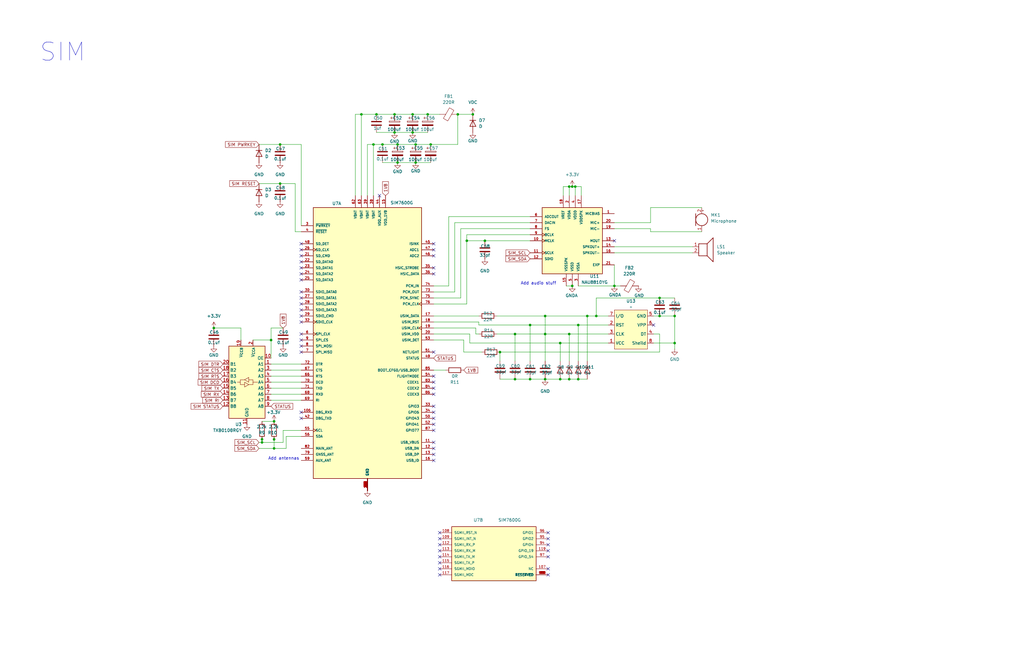
<source format=kicad_sch>
(kicad_sch (version 20231120) (generator "eeschema") (generator_version "8.0")
  (paper "B")
  (title_block (title "Phone") (date "2024-12-30") (rev "0.1"))
  (lib_symbols
    (symbol "Custom_footprint:A7672S" (pin_names (offset 1.016))
      (property "Reference" "U" (at 49.53 7.62 0))
      (property "Value" "A7672S" (at 49.53 5.08 0))
      (symbol "A7672S_0_0"
        (pin bidirectional line (at 0 0 0) (length 5.08) (name "PWRKEY") (number "1"))
        (pin bidirectional line (at 0 -22.86 0) (length 5.08) (name "RXD") (number "10"))
        (pin bidirectional line (at 53.34 -93.98 180) (length 5.08) (name "1PPS") (number "100"))
        (pin bidirectional line (at 53.34 -96.52 180) (length 5.08) (name "LCD_BL_PWM") (number "101"))
        (pin bidirectional line (at 53.34 -99.06 180) (length 5.08) (name "LCD_SPI_CLK") (number "102"))
        (pin bidirectional line (at 53.34 -101.6 180) (length 5.08) (name "LCD_SPI_TXD") (number "103"))
        (pin bidirectional line (at 53.34 -104.14 180) (length 5.08) (name "LCD_SPI_RXD") (number "104"))
        (pin bidirectional line (at 53.34 -106.68 180) (length 5.08) (name "LCD_SPI_CS") (number "105"))
        (pin bidirectional line (at 53.34 -109.22 180) (length 5.08) (name "LCD_RST") (number "106"))
        (pin bidirectional line (at 53.34 -111.76 180) (length 5.08) (name "LCD_DCX") (number "107"))
        (pin bidirectional line (at 53.34 -114.3 180) (length 5.08) (name "USIM2_DATA") (number "108"))
        (pin bidirectional line (at 53.34 -116.84 180) (length 5.08) (name "USIM2_CLK") (number "109"))
        (pin bidirectional line (at 0 -25.4 0) (length 5.08) (name "SPI_CLK") (number "11"))
        (pin bidirectional line (at 53.34 -119.38 180) (length 5.08) (name "USIM2_VDD") (number "110"))
        (pin bidirectional line (at 53.34 -121.92 180) (length 5.08) (name "USIM2_RST") (number "111"))
        (pin bidirectional line (at 53.34 -124.46 180) (length 5.08) (name "USIM2_DET") (number "112"))
        (pin bidirectional line (at 53.34 -127 180) (length 5.08) (name "NC_1") (number "113"))
        (pin bidirectional line (at 53.34 -129.54 180) (length 5.08) (name "NC_2") (number "114"))
        (pin bidirectional line (at 53.34 -132.08 180) (length 5.08) (name "NC_3") (number "115"))
        (pin bidirectional line (at 53.34 -134.62 180) (length 5.08) (name "GNSS_VBKP") (number "116"))
        (pin bidirectional line (at 53.34 -137.16 180) (length 5.08) (name "CAM_I2C_SDA") (number "117"))
        (pin bidirectional line (at 53.34 -139.7 180) (length 5.08) (name "CAM_I2C_SCL") (number "118"))
        (pin bidirectional line (at 53.34 -142.24 180) (length 5.08) (name "CAM_PWDN") (number "119"))
        (pin bidirectional line (at 0 -27.94 0) (length 5.08) (name "SPI_CS") (number "12"))
        (pin bidirectional line (at 53.34 -144.78 180) (length 5.08) (name "CAM_RST") (number "120"))
        (pin bidirectional line (at 53.34 -147.32 180) (length 5.08) (name "CAM_MCLK") (number "121"))
        (pin bidirectional line (at 53.34 -149.86 180) (length 5.08) (name "CAM_SPI_D0") (number "122"))
        (pin bidirectional line (at 53.34 -152.4 180) (length 5.08) (name "CAM_SPI_D1") (number "123"))
        (pin bidirectional line (at 53.34 -154.94 180) (length 5.08) (name "CAM_SPI_CLK") (number "124"))
        (pin bidirectional line (at 0 -30.48 0) (length 5.08) (name "SPI_MOSI") (number "13"))
        (pin bidirectional line (at 0 -33.02 0) (length 5.08) (name "SPI_MISO") (number "14"))
        (pin bidirectional line (at 0 -35.56 0) (length 5.08) (name "VDD_1V8") (number "15"))
        (pin bidirectional line (at 0 -38.1 0) (length 5.08) (name "RESET") (number "16"))
        (pin bidirectional line (at 0 -40.64 0) (length 5.08) (name "GND_2") (number "17"))
        (pin bidirectional line (at 0 -43.18 0) (length 5.08) (name "GND_3") (number "18"))
        (pin bidirectional line (at 0 -45.72 0) (length 5.08) (name "GPIO1") (number "19"))
        (pin bidirectional line (at 0 -2.54 0) (length 5.08) (name "GND_1") (number "2"))
        (pin bidirectional line (at 0 -48.26 0) (length 5.08) (name "MK_IN_3") (number "20"))
        (pin bidirectional line (at 0 -50.8 0) (length 5.08) (name "MK_OUT_3") (number "21"))
        (pin bidirectional line (at 0 -53.34 0) (length 5.08) (name "UART_LOG_RX") (number "22"))
        (pin bidirectional line (at 0 -55.88 0) (length 5.08) (name "UART_LOG_TX") (number "23"))
        (pin bidirectional line (at 0 -58.42 0) (length 5.08) (name "VBUS") (number "24"))
        (pin bidirectional line (at 0 -60.96 0) (length 5.08) (name "ADC") (number "25"))
        (pin bidirectional line (at 0 -63.5 0) (length 5.08) (name "GPIO2") (number "26"))
        (pin bidirectional line (at 0 -66.04 0) (length 5.08) (name "USB_DP") (number "27"))
        (pin bidirectional line (at 0 -68.58 0) (length 5.08) (name "USB_DM") (number "28"))
        (pin bidirectional line (at 0 -71.12 0) (length 5.08) (name "GND_4") (number "29"))
        (pin bidirectional line (at 0 -5.08 0) (length 5.08) (name "DTR") (number "3"))
        (pin bidirectional line (at 0 -73.66 0) (length 5.08) (name "USIM1_VDD") (number "30"))
        (pin bidirectional line (at 0 -76.2 0) (length 5.08) (name "USIM1_DATA") (number "31"))
        (pin bidirectional line (at 0 -78.74 0) (length 5.08) (name "USIM1_CLK") (number "32"))
        (pin bidirectional line (at 0 -81.28 0) (length 5.08) (name "USIM1_RST") (number "33"))
        (pin bidirectional line (at 0 -83.82 0) (length 5.08) (name "USIM1_DET") (number "34"))
        (pin bidirectional line (at 0 -86.36 0) (length 5.08) (name "MK_OUT_6/I2C3_SDA") (number "35"))
        (pin bidirectional line (at 0 -88.9 0) (length 5.08) (name "MK_IN_6/I2C3_SCL") (number "36"))
        (pin bidirectional line (at 0 -91.44 0) (length 5.08) (name "I2C_SDA") (number "37"))
        (pin bidirectional line (at 0 -93.98 0) (length 5.08) (name "I2C_SCL") (number "38"))
        (pin bidirectional line (at 0 -96.52 0) (length 5.08) (name "GND_5") (number "39"))
        (pin bidirectional line (at 0 -7.62 0) (length 5.08) (name "RI") (number "4"))
        (pin bidirectional line (at 0 -99.06 0) (length 5.08) (name "EAR_P") (number "40"))
        (pin bidirectional line (at 0 -101.6 0) (length 5.08) (name "EAR_N") (number "41"))
        (pin bidirectional line (at 0 -104.14 0) (length 5.08) (name "MIC_P") (number "42"))
        (pin bidirectional line (at 0 -106.68 0) (length 5.08) (name "MIC_N") (number "43"))
        (pin bidirectional line (at 0 -109.22 0) (length 5.08) (name "MK_OUT_2") (number "44"))
        (pin bidirectional line (at 0 -111.76 0) (length 5.08) (name "GND_6") (number "45"))
        (pin bidirectional line (at 0 -114.3 0) (length 5.08) (name "GND_7") (number "46"))
        (pin bidirectional line (at 0 -116.84 0) (length 5.08) (name "MK_IN_2") (number "47"))
        (pin bidirectional line (at 0 -119.38 0) (length 5.08) (name "GPIO3") (number "48"))
        (pin bidirectional line (at 0 -121.92 0) (length 5.08) (name "UART3_RXD") (number "49"))
        (pin bidirectional line (at 0 -10.16 0) (length 5.08) (name "DCD") (number "5"))
        (pin bidirectional line (at 0 -124.46 0) (length 5.08) (name "UART3_TXD") (number "50"))
        (pin bidirectional line (at 0 -127 0) (length 5.08) (name "VBAT_ADC") (number "51"))
        (pin bidirectional line (at 0 -129.54 0) (length 5.08) (name "NETLIGHT") (number "52"))
        (pin bidirectional line (at 0 -132.08 0) (length 5.08) (name "GPIO4") (number "53"))
        (pin bidirectional line (at 0 -134.62 0) (length 5.08) (name "GND_8") (number "54"))
        (pin bidirectional line (at 0 -137.16 0) (length 5.08) (name "VBAT_1") (number "55"))
        (pin bidirectional line (at 0 -139.7 0) (length 5.08) (name "VBAT_2") (number "56"))
        (pin bidirectional line (at 0 -142.24 0) (length 5.08) (name "VBAT_3") (number "57"))
        (pin bidirectional line (at 0 -144.78 0) (length 5.08) (name "GND_9") (number "58"))
        (pin bidirectional line (at 0 -147.32 0) (length 5.08) (name "GND_10") (number "59"))
        (pin bidirectional line (at 0 -12.7 0) (length 5.08) (name "USB_BOOT") (number "6"))
        (pin bidirectional line (at 0 -149.86 0) (length 5.08) (name "RF_ANT") (number "60"))
        (pin bidirectional line (at 0 -152.4 0) (length 5.08) (name "GND_11") (number "61"))
        (pin bidirectional line (at 0 -154.94 0) (length 5.08) (name "GND_12") (number "62"))
        (pin bidirectional line (at 53.34 0 180) (length 5.08) (name "GND_13") (number "63"))
        (pin bidirectional line (at 53.34 -2.54 180) (length 5.08) (name "GND_14") (number "64"))
        (pin bidirectional line (at 53.34 -5.08 180) (length 5.08) (name "GND_15") (number "65"))
        (pin bidirectional line (at 53.34 -7.62 180) (length 5.08) (name "STATUS") (number "66"))
        (pin bidirectional line (at 53.34 -10.16 180) (length 5.08) (name "MK_OUT_5") (number "67"))
        (pin bidirectional line (at 53.34 -12.7 180) (length 5.08) (name "MK_IN_5") (number "68"))
        (pin bidirectional line (at 53.34 -15.24 180) (length 5.08) (name "GND_16") (number "69"))
        (pin bidirectional line (at 0 -15.24 0) (length 5.08) (name "CTS") (number "7"))
        (pin bidirectional line (at 53.34 -17.78 180) (length 5.08) (name "GND_17") (number "70"))
        (pin bidirectional line (at 53.34 -20.32 180) (length 5.08) (name "GND_18") (number "71"))
        (pin bidirectional line (at 53.34 -22.86 180) (length 5.08) (name "GND_19") (number "72"))
        (pin bidirectional line (at 53.34 -25.4 180) (length 5.08) (name "GND_20") (number "73"))
        (pin bidirectional line (at 53.34 -27.94 180) (length 5.08) (name "GND_21") (number "74"))
        (pin bidirectional line (at 53.34 -30.48 180) (length 5.08) (name "GND_22") (number "75"))
        (pin bidirectional line (at 53.34 -33.02 180) (length 5.08) (name "GND_23") (number "76"))
        (pin bidirectional line (at 53.34 -35.56 180) (length 5.08) (name "GND_24") (number "77"))
        (pin bidirectional line (at 53.34 -38.1 180) (length 5.08) (name "GND_25") (number "78"))
        (pin bidirectional line (at 53.34 -40.64 180) (length 5.08) (name "GND_26") (number "79"))
        (pin bidirectional line (at 0 -17.78 0) (length 5.08) (name "RTS") (number "8"))
        (pin bidirectional line (at 53.34 -43.18 180) (length 5.08) (name "GND_27") (number "80"))
        (pin bidirectional line (at 53.34 -45.72 180) (length 5.08) (name "GND_28") (number "81"))
        (pin bidirectional line (at 53.34 -48.26 180) (length 5.08) (name "GND_29") (number "82"))
        (pin bidirectional line (at 53.34 -50.8 180) (length 5.08) (name "GND_30") (number "83"))
        (pin bidirectional line (at 53.34 -53.34 180) (length 5.08) (name "GND_31") (number "84"))
        (pin bidirectional line (at 53.34 -55.88 180) (length 5.08) (name "GND_32") (number "85"))
        (pin bidirectional line (at 53.34 -58.42 180) (length 5.08) (name "GND_33") (number "86"))
        (pin bidirectional line (at 53.34 -60.96 180) (length 5.08) (name "GND_34") (number "87"))
        (pin bidirectional line (at 53.34 -63.5 180) (length 5.08) (name "GND_35") (number "88"))
        (pin bidirectional line (at 53.34 -66.04 180) (length 5.08) (name "GND_36") (number "89"))
        (pin bidirectional line (at 0 -20.32 0) (length 5.08) (name "TXD") (number "9"))
        (pin bidirectional line (at 53.34 -68.58 180) (length 5.08) (name "GNSS_ANT") (number "90"))
        (pin bidirectional line (at 53.34 -71.12 180) (length 5.08) (name "GND_37") (number "91"))
        (pin bidirectional line (at 53.34 -73.66 180) (length 5.08) (name "GND_38") (number "92"))
        (pin bidirectional line (at 53.34 -76.2 180) (length 5.08) (name "BT_ANT") (number "93"))
        (pin bidirectional line (at 53.34 -78.74 180) (length 5.08) (name "GND_39") (number "94"))
        (pin bidirectional line (at 53.34 -81.28 180) (length 5.08) (name "GNSS_TXD") (number "95"))
        (pin bidirectional line (at 53.34 -83.82 180) (length 5.08) (name "GNSS_RXD") (number "96"))
        (pin bidirectional line (at 53.34 -86.36 180) (length 5.08) (name "1V8_GNSS") (number "97"))
        (pin bidirectional line (at 53.34 -88.9 180) (length 5.08) (name "GNSS_PWRCTL") (number "98"))
        (pin bidirectional line (at 53.34 -91.44 180) (length 5.08) (name "VDD_2V8") (number "99"))
      )
    )
    (symbol "Custom_footprint:MICROQTJ" (pin_names (offset 1.016))
      (property "Reference" "J" (at -5.08 11.43 0))
      (property "Value" "MICROQTJ" (at -5.08 -12.7 0))
      (symbol "MICROQTJ_0_0"
        (pin power_in line (at -10.16 7.62 0) (length 5.08) (name "VCC") (number "1"))
        (pin bidirectional line (at -10.16 5.08 0) (length 5.08) (name "D-") (number "2"))
        (pin bidirectional line (at -10.16 2.54 0) (length 5.08) (name "D+") (number "3"))
        (pin bidirectional line (at -10.16 0 0) (length 5.08) (name "ID") (number "4"))
        (pin power_in line (at -10.16 -2.54 0) (length 5.08) (name "GND") (number "5"))
        (pin passive line (at -10.16 -7.62 0) (length 5.08) (name "SHIELD") (number "SH1"))
        (pin passive line (at -10.16 -7.62 0) (length 5.08) (name "SHIELD") (number "SH2"))
        (pin passive line (at -10.16 -7.62 0) (length 5.08) (name "SHIELD") (number "SH3"))
        (pin passive line (at -10.16 -7.62 0) (length 5.08) (name "SHIELD") (number "SH4"))
      )
    )
    (symbol "Custom_footprint:NAU8810YG" (pin_names (offset 1.016))
      (property "Reference" "U" (at -12.7 13.97 0))
      (property "Value" "NAU8810YG" (at -7.874 -17.78 0))
      (symbol "NAU8810YG_0_0"
        (pin output line (at 17.78 10.16 180) (length 5.08) (name "MICBIAS") (number "1"))
        (pin input clock (at -17.78 -1.27 0) (length 5.08) (name "MCLK") (number "10"))
        (pin input clock (at -17.78 -6.35 0) (length 5.08) (name "SCLK") (number "11"))
        (pin bidirectional line (at -17.78 -8.89 0) (length 5.08) (name "SDIO") (number "12"))
        (pin output line (at 17.78 -1.27 180) (length 5.08) (name "MOUT") (number "13"))
        (pin output line (at 17.78 -3.81 180) (length 5.08) (name "SPKOUT+") (number "14"))
        (pin power_in line (at -2.54 -20.32 90) (length 5.08) (name "VSSSPK") (number "15"))
        (pin output line (at 17.78 -6.35 180) (length 5.08) (name "SPKOUT-") (number "16"))
        (pin power_in line (at 3.81 17.78 270) (length 5.08) (name "VDDSPK") (number "17"))
        (pin output line (at -3.81 17.78 270) (length 5.08) (name "VREF") (number "18"))
        (pin input line (at 17.78 3.81 180) (length 5.08) (name "MIC-") (number "19"))
        (pin power_in line (at -1.27 17.78 270) (length 5.08) (name "VDDA") (number "2"))
        (pin input line (at 17.78 6.35 180) (length 5.08) (name "MIC+") (number "20"))
        (pin passive line (at 17.78 -11.43 180) (length 5.08) (name "EXP") (number "21"))
        (pin power_in line (at 2.54 -20.32 90) (length 5.08) (name "VSSA") (number "3"))
        (pin power_in line (at 1.27 17.78 270) (length 5.08) (name "VDDD") (number "4"))
        (pin power_in line (at 0 -20.32 90) (length 5.08) (name "VSSD") (number "5"))
        (pin output line (at -17.78 8.89 0) (length 5.08) (name "ADCOUT") (number "6"))
        (pin input line (at -17.78 6.35 0) (length 5.08) (name "DACIN") (number "7"))
        (pin bidirectional line (at -17.78 3.81 0) (length 5.08) (name "FS") (number "8"))
        (pin bidirectional clock (at -17.78 1.27 0) (length 5.08) (name "BCLK") (number "9"))
      )
    )
    (symbol "Custom_footprint:SIM7600G" (pin_names (offset 1.016))
      (property "Reference" "U3" (at -12.954 57.658 0))
      (property "Value" "SIM7600G" (at 14.478 57.912 0))
      (symbol "SIM7600G_1_0"
        (pin power_in line (at 0 -63.5 90) (length 5.08) (name "GND") (number "1"))
        (pin power_in line (at 0 -63.5 90) (length 5.08) (name "GND") (number "10"))
        (pin input line (at -27.94 -30.48 0) (length 5.08) (name "DBG_RXD") (number "106"))
        (pin input line (at 27.94 -43.18 180) (length 5.08) (name "USB_VBUS") (number "11"))
        (pin power_in line (at 0 -63.5 90) (length 5.08) (name "GND") (number "110"))
        (pin power_in line (at 0 -63.5 90) (length 5.08) (name "GND") (number "118"))
        (pin bidirectional line (at 27.94 -45.72 180) (length 5.08) (name "USB_DN") (number "12"))
        (pin power_in line (at 0 -63.5 90) (length 5.08) (name "GND") (number "120"))
        (pin power_in line (at 0 -63.5 90) (length 5.08) (name "GND") (number "121"))
        (pin power_in line (at 0 -63.5 90) (length 5.08) (name "GND") (number "122"))
        (pin power_in line (at 0 -63.5 90) (length 5.08) (name "GND") (number "123"))
        (pin power_in line (at 0 -63.5 90) (length 5.08) (name "GND") (number "124"))
        (pin power_in line (at 0 -63.5 90) (length 5.08) (name "GND") (number "125"))
        (pin power_in line (at 0 -63.5 90) (length 5.08) (name "GND") (number "126"))
        (pin power_in line (at 0 -63.5 90) (length 5.08) (name "GND") (number "127"))
        (pin power_in line (at 0 -63.5 90) (length 5.08) (name "GND") (number "128"))
        (pin power_in line (at 0 -63.5 90) (length 5.08) (name "GND") (number "129"))
        (pin bidirectional line (at 27.94 -48.26 180) (length 5.08) (name "USB_DP") (number "13"))
        (pin power_in line (at 0 -63.5 90) (length 5.08) (name "GND") (number "130"))
        (pin power_in line (at 0 -63.5 90) (length 5.08) (name "GND") (number "131"))
        (pin power_in line (at 0 -63.5 90) (length 5.08) (name "GND") (number "132"))
        (pin power_in line (at 0 -63.5 90) (length 5.08) (name "GND") (number "133"))
        (pin power_in line (at 0 -63.5 90) (length 5.08) (name "GND") (number "134"))
        (pin power_in line (at 0 -63.5 90) (length 5.08) (name "GND") (number "135"))
        (pin power_in line (at 0 -63.5 90) (length 5.08) (name "GND") (number "14"))
        (pin output line (at 7.62 60.96 270) (length 5.08) (name "VDD_1V8") (number "15"))
        (pin input line (at 27.94 -50.8 180) (length 5.08) (name "USB_ID") (number "16"))
        (pin bidirectional line (at 27.94 10.16 180) (length 5.08) (name "USIM_DATA") (number "17"))
        (pin output line (at 27.94 7.62 180) (length 5.08) (name "USIM_RST") (number "18"))
        (pin output clock (at 27.94 5.08 180) (length 5.08) (name "USIM_CLK") (number "19"))
        (pin power_in line (at 0 -63.5 90) (length 5.08) (name "GND") (number "2"))
        (pin output line (at 27.94 2.54 180) (length 5.08) (name "USIM_VDD") (number "20"))
        (pin bidirectional line (at -27.94 35.56 0) (length 5.08) (name "SD_CMD") (number "21"))
        (pin bidirectional line (at -27.94 33.02 0) (length 5.08) (name "SD_DATA0") (number "22"))
        (pin bidirectional line (at -27.94 30.48 0) (length 5.08) (name "SD_DATA1") (number "23"))
        (pin bidirectional line (at -27.94 27.94 0) (length 5.08) (name "SD_DATA2") (number "24"))
        (pin bidirectional line (at -27.94 25.4 0) (length 5.08) (name "SD_DATA3") (number "25"))
        (pin output clock (at -27.94 38.1 0) (length 5.08) (name "SD_CLK") (number "26"))
        (pin bidirectional line (at -27.94 17.78 0) (length 5.08) (name "SDIO_DATA1") (number "27"))
        (pin bidirectional line (at -27.94 15.24 0) (length 5.08) (name "SDIO_DATA2") (number "28"))
        (pin bidirectional line (at -27.94 10.16 0) (length 5.08) (name "SDIO_CMD") (number "29"))
        (pin input line (at -27.94 48.26 0) (length 5.08) (name "~{PWRKEY}") (number "3"))
        (pin bidirectional line (at -27.94 20.32 0) (length 5.08) (name "SDIO_DATA0") (number "30"))
        (pin bidirectional line (at -27.94 12.7 0) (length 5.08) (name "SDIO_DATA3") (number "31"))
        (pin output clock (at -27.94 7.62 0) (length 5.08) (name "SDIO_CLK") (number "32"))
        (pin bidirectional line (at 27.94 -27.94 180) (length 5.08) (name "GPIO3") (number "33"))
        (pin bidirectional line (at 27.94 -30.48 180) (length 5.08) (name "GPIO6") (number "34"))
        (pin bidirectional line (at 27.94 30.48 180) (length 5.08) (name "HSIC_STROBE") (number "35"))
        (pin bidirectional line (at 27.94 27.94 180) (length 5.08) (name "HSIC_DATA") (number "36"))
        (pin power_in line (at 0 -63.5 90) (length 5.08) (name "GND") (number "37"))
        (pin power_in line (at 2.54 60.96 270) (length 5.08) (name "VBAT") (number "38"))
        (pin power_in line (at 0 60.96 270) (length 5.08) (name "VBAT") (number "39"))
        (pin input line (at -27.94 45.72 0) (length 5.08) (name "~{RESET}") (number "4"))
        (pin power_in line (at 0 -63.5 90) (length 5.08) (name "GND") (number "40"))
        (pin power_in line (at 0 -63.5 90) (length 5.08) (name "GND") (number "41"))
        (pin output line (at -27.94 -33.02 0) (length 5.08) (name "DBG_TXD") (number "42"))
        (pin power_in line (at 0 -63.5 90) (length 5.08) (name "GND") (number "43"))
        (pin output line (at 5.08 60.96 270) (length 5.08) (name "VDD_AUX") (number "44"))
        (pin input line (at 27.94 40.64 180) (length 5.08) (name "ISINK") (number "45"))
        (pin input line (at 27.94 35.56 180) (length 5.08) (name "ADC2") (number "46"))
        (pin input line (at 27.94 38.1 180) (length 5.08) (name "ADC1") (number "47"))
        (pin input line (at -27.94 40.64 0) (length 5.08) (name "SD_DET") (number "48"))
        (pin output line (at 27.94 -7.62 180) (length 5.08) (name "STATUS") (number "49"))
        (pin power_in line (at 0 -63.5 90) (length 5.08) (name "GND") (number "5"))
        (pin bidirectional line (at 27.94 -33.02 180) (length 5.08) (name "GPIO43") (number "50"))
        (pin output line (at 27.94 -5.08 180) (length 5.08) (name "NETLIGHT") (number "51"))
        (pin bidirectional line (at 27.94 -35.56 180) (length 5.08) (name "GPIO41") (number "52"))
        (pin bidirectional line (at 27.94 0 180) (length 5.08) (name "USIM_DET") (number "53"))
        (pin input line (at 27.94 -15.24 180) (length 5.08) (name "FLIGHTMODE") (number "54"))
        (pin output clock (at -27.94 -38.1 0) (length 5.08) (name "SCL") (number "55"))
        (pin bidirectional line (at -27.94 -40.64 0) (length 5.08) (name "SDA") (number "56"))
        (pin power_in line (at 0 -63.5 90) (length 5.08) (name "GND") (number "57"))
        (pin power_in line (at 0 -63.5 90) (length 5.08) (name "GND") (number "58"))
        (pin input line (at -27.94 -50.8 0) (length 5.08) (name "AUX_ANT") (number "59"))
        (pin output clock (at -27.94 2.54 0) (length 5.08) (name "SPI_CLK") (number "6"))
        (pin power_in line (at 0 -63.5 90) (length 5.08) (name "GND") (number "60"))
        (pin power_in line (at 0 -63.5 90) (length 5.08) (name "GND") (number "61"))
        (pin power_in line (at -5.08 60.96 270) (length 5.08) (name "VBAT") (number "62"))
        (pin power_in line (at -2.54 60.96 270) (length 5.08) (name "VBAT") (number "63"))
        (pin power_in line (at 0 -63.5 90) (length 5.08) (name "GND") (number "64"))
        (pin power_in line (at 0 -63.5 90) (length 5.08) (name "GND") (number "65"))
        (pin output line (at -27.94 -15.24 0) (length 5.08) (name "RTS") (number "66"))
        (pin input line (at -27.94 -12.7 0) (length 5.08) (name "CTS") (number "67"))
        (pin input line (at -27.94 -22.86 0) (length 5.08) (name "RXD") (number "68"))
        (pin output line (at -27.94 -25.4 0) (length 5.08) (name "RI") (number "69"))
        (pin input line (at -27.94 -5.08 0) (length 5.08) (name "SPI_MISO") (number "7"))
        (pin output line (at -27.94 -17.78 0) (length 5.08) (name "DCD") (number "70"))
        (pin output line (at -27.94 -20.32 0) (length 5.08) (name "TXD") (number "71"))
        (pin input line (at -27.94 -10.16 0) (length 5.08) (name "DTR") (number "72"))
        (pin output line (at 27.94 20.32 180) (length 5.08) (name "PCM_OUT") (number "73"))
        (pin input line (at 27.94 22.86 180) (length 5.08) (name "PCM_IN") (number "74"))
        (pin bidirectional line (at 27.94 17.78 180) (length 5.08) (name "PCM_SYNC") (number "75"))
        (pin bidirectional clock (at 27.94 15.24 180) (length 5.08) (name "PCM_CLK") (number "76"))
        (pin power_in line (at 0 -63.5 90) (length 5.08) (name "GND") (number "77"))
        (pin power_in line (at 0 -63.5 90) (length 5.08) (name "GND") (number "78"))
        (pin input line (at -27.94 -48.26 0) (length 5.08) (name "GNSS_ANT") (number "79"))
        (pin output line (at -27.94 -2.54 0) (length 5.08) (name "SPI_MOSI") (number "8"))
        (pin power_in line (at 0 -63.5 90) (length 5.08) (name "GND") (number "80"))
        (pin power_in line (at 0 -63.5 90) (length 5.08) (name "GND") (number "81"))
        (pin bidirectional line (at -27.94 -45.72 0) (length 5.08) (name "MAIN_ANT") (number "82"))
        (pin bidirectional line (at 27.94 -17.78 180) (length 5.08) (name "COEX1") (number "83"))
        (pin bidirectional line (at 27.94 -20.32 180) (length 5.08) (name "COEX2") (number "84"))
        (pin input line (at 27.94 -12.7 180) (length 5.08) (name "BOOT_CFG0/USB_BOOT") (number "85"))
        (pin bidirectional line (at 27.94 -22.86 180) (length 5.08) (name "COEX3") (number "86"))
        (pin bidirectional line (at 27.94 -38.1 180) (length 5.08) (name "GPIO77") (number "87"))
        (pin output line (at -27.94 0 0) (length 5.08) (name "SPI_CS") (number "9"))
        (pin power_in line (at 0 -63.5 90) (length 5.08) (name "GND") (number "93"))
        (pin power_in line (at 0 -63.5 90) (length 5.08) (name "GND") (number "98"))
      )
      (symbol "SIM7600G_2_0"
        (pin passive line (at 22.86 -7.62 180) (length 5.08) (name "RESERVED") (number "100"))
        (pin passive line (at 22.86 -7.62 180) (length 5.08) (name "RESERVED") (number "101"))
        (pin passive line (at 22.86 -7.62 180) (length 5.08) (name "RESERVED") (number "102"))
        (pin passive line (at 22.86 -7.62 180) (length 5.08) (name "RESERVED") (number "103"))
        (pin passive line (at 22.86 -7.62 180) (length 5.08) (name "RESERVED") (number "104"))
        (pin passive line (at 22.86 -7.62 180) (length 5.08) (name "RESERVED") (number "105"))
        (pin passive line (at 22.86 -5.08 180) (length 5.08) (name "NC") (number "107"))
        (pin bidirectional line (at -22.86 10.16 0) (length 5.08) (name "SGMII_RST_N") (number "108"))
        (pin bidirectional line (at -22.86 7.62 0) (length 5.08) (name "SGMII_INT_N") (number "109"))
        (pin passive line (at 22.86 -7.62 180) (length 5.08) (name "RESERVED") (number "111"))
        (pin bidirectional line (at -22.86 5.08 0) (length 5.08) (name "SGMII_RX_P") (number "112"))
        (pin bidirectional line (at -22.86 2.54 0) (length 5.08) (name "SGMII_RX_M") (number "113"))
        (pin bidirectional line (at -22.86 0 0) (length 5.08) (name "SGMII_TX_M") (number "114"))
        (pin bidirectional line (at -22.86 -2.54 0) (length 5.08) (name "SGMII_TX_P") (number "115"))
        (pin bidirectional line (at -22.86 -5.08 0) (length 5.08) (name "SGMII_MDIO") (number "116"))
        (pin bidirectional line (at -22.86 -7.62 0) (length 5.08) (name "SGMII_MDC") (number "117"))
        (pin bidirectional line (at 22.86 2.54 180) (length 5.08) (name "GPIO_19") (number "119"))
        (pin passive line (at 22.86 -7.62 180) (length 5.08) (name "RESERVED") (number "88"))
        (pin passive line (at 22.86 -7.62 180) (length 5.08) (name "RESERVED") (number "89"))
        (pin passive line (at 22.86 -7.62 180) (length 5.08) (name "RESERVED") (number "90"))
        (pin passive line (at 22.86 -7.62 180) (length 5.08) (name "RESERVED") (number "91"))
        (pin passive line (at 22.86 -7.62 180) (length 5.08) (name "RESERVED") (number "92"))
        (pin bidirectional line (at 22.86 5.08 180) (length 5.08) (name "GPIO4") (number "94"))
        (pin bidirectional line (at 22.86 7.62 180) (length 5.08) (name "GPIO2") (number "95"))
        (pin bidirectional line (at 22.86 10.16 180) (length 5.08) (name "GPIO1") (number "96"))
        (pin bidirectional line (at 22.86 0 180) (length 5.08) (name "GPIO_54") (number "97"))
        (pin passive line (at 22.86 -7.62 180) (length 5.08) (name "RESERVED") (number "99"))
      )
    )
    (symbol "Custom_footprint:SMN-303"
      (property "Reference" "U" (at -6.35 -10.16 0))
      (symbol "SMN-303_1_1"
        (pin input line (at -8.89 -5.08 0) (length 2.54) (name "VCC") (number "1"))
        (pin input line (at -8.89 2.54 0) (length 2.54) (name "RST") (number "2"))
        (pin input line (at -8.89 -1.27 0) (length 2.54) (name "CLK") (number "3"))
        (pin input line (at 10.16 -1.27 180) (length 2.54) (name "DT") (number "4"))
        (pin input line (at 10.16 6.35 180) (length 2.54) (name "GND") (number "5"))
        (pin input line (at 10.16 2.54 180) (length 2.54) (name "VPP") (number "6"))
        (pin input line (at -8.89 6.35 0) (length 2.54) (name "I/O") (number "7"))
        (pin input line (at 10.16 -5.08 180) (length 2.54) (name "Sheild") (number "8"))
      )
    )
    (symbol "Device:C" (pin_numbers hide) (pin_names (offset 0.254))
      (property "Reference" "C" (at 0.635 2.54 0))
      (property "Value" "C" (at 0.635 -2.54 0))
      (symbol "C_1_1"
        (pin passive line (at 0 3.81 270) (length 2.794) (name "~") (number "1"))
        (pin passive line (at 0 -3.81 90) (length 2.794) (name "~") (number "2"))
      )
    )
    (symbol "Device:C_Polarized" (pin_numbers hide) (pin_names (offset 0.254))
      (property "Reference" "C" (at 0.635 2.54 0))
      (property "Value" "C_Polarized" (at 0.635 -2.54 0))
      (symbol "C_Polarized_1_1"
        (pin passive line (at 0 3.81 270) (length 2.794) (name "~") (number "1"))
        (pin passive line (at 0 -3.81 90) (length 2.794) (name "~") (number "2"))
      )
    )
    (symbol "Device:D" (pin_numbers hide) (pin_names (offset 1.016) hide)
      (property "Reference" "D" (at 0 2.54 0))
      (property "Value" "D" (at 0 -2.54 0))
      (symbol "D_1_1"
        (pin passive line (at -3.81 0 0) (length 2.54) (name "K") (number "1"))
        (pin passive line (at 3.81 0 180) (length 2.54) (name "A") (number "2"))
      )
    )
    (symbol "Device:FerriteBead" (pin_numbers hide) (pin_names (offset 0))
      (property "Reference" "FB" (at -3.81 0.635 90))
      (property "Value" "FerriteBead" (at 3.81 0 90))
      (symbol "FerriteBead_1_1"
        (pin passive line (at 0 3.81 270) (length 2.54) (name "~") (number "1"))
        (pin passive line (at 0 -3.81 90) (length 2.54) (name "~") (number "2"))
      )
    )
    (symbol "Device:Microphone" (pin_names (offset 0.0254) hide)
      (property "Reference" "MK" (at -3.81 1.27 0))
      (property "Value" "Microphone" (at -3.81 -0.635 0))
      (symbol "Microphone_1_1"
        (pin passive line (at 0 -5.08 90) (length 2.54) (name "-") (number "1"))
        (pin passive line (at 0 5.08 270) (length 2.54) (name "+") (number "2"))
      )
    )
    (symbol "Device:R" (pin_numbers hide) (pin_names (offset 0))
      (property "Reference" "R" (at 2.032 0 90))
      (property "Value" "R" (at 0 0 90))
      (symbol "R_1_1"
        (pin passive line (at 0 3.81 270) (length 1.27) (name "~") (number "1"))
        (pin passive line (at 0 -3.81 90) (length 1.27) (name "~") (number "2"))
      )
    )
    (symbol "Device:Speaker" (pin_names (offset 0) hide)
      (property "Reference" "LS" (at 1.27 5.715 0))
      (property "Value" "Speaker" (at 1.27 3.81 0))
      (symbol "Speaker_1_1"
        (pin input line (at -5.08 0 0) (length 2.54) (name "1") (number "1"))
        (pin input line (at -5.08 -2.54 0) (length 2.54) (name "2") (number "2"))
      )
    )
    (symbol "Diode:ESD9B5.0ST5G" (pin_numbers hide) (pin_names (offset 1.016) hide)
      (property "Reference" "D" (at 0 2.54 0))
      (property "Value" "ESD9B5.0ST5G" (at 0 -2.54 0))
      (symbol "ESD9B5.0ST5G_1_1"
        (pin passive line (at -3.81 0 0) (length 2.54) (name "A1") (number "1"))
        (pin passive line (at 3.81 0 180) (length 2.54) (name "A2") (number "2"))
      )
    )
    (symbol "Diode:SD05_SOD323" (pin_numbers hide) (pin_names (offset 1.016) hide)
      (property "Reference" "D" (at 0 2.54 0))
      (property "Value" "SD05_SOD323" (at 0 -2.54 0))
      (symbol "SD05_SOD323_1_1"
        (pin passive line (at -3.81 0 0) (length 2.54) (name "A1") (number "1"))
        (pin passive line (at 3.81 0 180) (length 2.54) (name "A2") (number "2"))
      )
    )
    (symbol "Logic_LevelTranslator:TXB0108RGY"
      (property "Reference" "U" (at -6.35 16.51 0))
      (property "Value" "TXB0108RGY" (at 3.81 16.51 0))
      (symbol "TXB0108RGY_1_1"
        (pin bidirectional line (at -10.16 7.62 0) (length 2.54) (name "A1") (number "1"))
        (pin input line (at -10.16 10.16 0) (length 2.54) (name "OE") (number "10"))
        (pin power_in line (at 0 -17.78 90) (length 2.54) (name "GND") (number "11"))
        (pin bidirectional line (at 10.16 -10.16 180) (length 2.54) (name "B8") (number "12"))
        (pin bidirectional line (at 10.16 -7.62 180) (length 2.54) (name "B7") (number "13"))
        (pin bidirectional line (at 10.16 -5.08 180) (length 2.54) (name "B6") (number "14"))
        (pin bidirectional line (at 10.16 -2.54 180) (length 2.54) (name "B5") (number "15"))
        (pin bidirectional line (at 10.16 0 180) (length 2.54) (name "B4") (number "16"))
        (pin bidirectional line (at 10.16 2.54 180) (length 2.54) (name "B3") (number "17"))
        (pin bidirectional line (at 10.16 5.08 180) (length 2.54) (name "B2") (number "18"))
        (pin power_in line (at 2.54 17.78 270) (length 2.54) (name "V_{CCB}") (number "19"))
        (pin power_in line (at -2.54 17.78 270) (length 2.54) (name "V_{CCA}") (number "2"))
        (pin bidirectional line (at 10.16 7.62 180) (length 2.54) (name "B1") (number "20"))
        (pin passive line (at 0 -17.78 90) (length 2.54) hide (name "GND") (number "21"))
        (pin bidirectional line (at -10.16 5.08 0) (length 2.54) (name "A2") (number "3"))
        (pin bidirectional line (at -10.16 2.54 0) (length 2.54) (name "A3") (number "4"))
        (pin bidirectional line (at -10.16 0 0) (length 2.54) (name "A4") (number "5"))
        (pin bidirectional line (at -10.16 -2.54 0) (length 2.54) (name "A5") (number "6"))
        (pin bidirectional line (at -10.16 -5.08 0) (length 2.54) (name "A6") (number "7"))
        (pin bidirectional line (at -10.16 -7.62 0) (length 2.54) (name "A7") (number "8"))
        (pin bidirectional line (at -10.16 -10.16 0) (length 2.54) (name "A8") (number "9"))
      )
    )
    (symbol "SIM7600G_1" (pin_names (offset 1.016))
      (property "Reference" "U3" (at -12.954 57.658 0))
      (property "Value" "SIM7600G" (at 14.478 57.912 0))
      (symbol "SIM7600G_1_1_0"
        (pin power_in line (at 0 -63.5 90) (length 5.08) (name "GND") (number "1"))
        (pin power_in line (at 0 -63.5 90) (length 5.08) (name "GND") (number "10"))
        (pin input line (at -27.94 -30.48 0) (length 5.08) (name "DBG_RXD") (number "106"))
        (pin input line (at 27.94 -43.18 180) (length 5.08) (name "USB_VBUS") (number "11"))
        (pin power_in line (at 0 -63.5 90) (length 5.08) (name "GND") (number "110"))
        (pin power_in line (at 0 -63.5 90) (length 5.08) (name "GND") (number "118"))
        (pin bidirectional line (at 27.94 -45.72 180) (length 5.08) (name "USB_DN") (number "12"))
        (pin power_in line (at 0 -63.5 90) (length 5.08) (name "GND") (number "120"))
        (pin power_in line (at 0 -63.5 90) (length 5.08) (name "GND") (number "121"))
        (pin power_in line (at 0 -63.5 90) (length 5.08) (name "GND") (number "122"))
        (pin power_in line (at 0 -63.5 90) (length 5.08) (name "GND") (number "123"))
        (pin power_in line (at 0 -63.5 90) (length 5.08) (name "GND") (number "124"))
        (pin power_in line (at 0 -63.5 90) (length 5.08) (name "GND") (number "125"))
        (pin power_in line (at 0 -63.5 90) (length 5.08) (name "GND") (number "126"))
        (pin power_in line (at 0 -63.5 90) (length 5.08) (name "GND") (number "127"))
        (pin power_in line (at 0 -63.5 90) (length 5.08) (name "GND") (number "128"))
        (pin power_in line (at 0 -63.5 90) (length 5.08) (name "GND") (number "129"))
        (pin bidirectional line (at 27.94 -48.26 180) (length 5.08) (name "USB_DP") (number "13"))
        (pin power_in line (at 0 -63.5 90) (length 5.08) (name "GND") (number "130"))
        (pin power_in line (at 0 -63.5 90) (length 5.08) (name "GND") (number "131"))
        (pin power_in line (at 0 -63.5 90) (length 5.08) (name "GND") (number "132"))
        (pin power_in line (at 0 -63.5 90) (length 5.08) (name "GND") (number "133"))
        (pin power_in line (at 0 -63.5 90) (length 5.08) (name "GND") (number "134"))
        (pin power_in line (at 0 -63.5 90) (length 5.08) (name "GND") (number "135"))
        (pin power_in line (at 0 -63.5 90) (length 5.08) (name "GND") (number "14"))
        (pin output line (at 7.62 60.96 270) (length 5.08) (name "VDD_1V8") (number "15"))
        (pin input line (at 27.94 -50.8 180) (length 5.08) (name "USB_ID") (number "16"))
        (pin bidirectional line (at 27.94 10.16 180) (length 5.08) (name "USIM_DATA") (number "17"))
        (pin output line (at 27.94 7.62 180) (length 5.08) (name "USIM_RST") (number "18"))
        (pin output clock (at 27.94 5.08 180) (length 5.08) (name "USIM_CLK") (number "19"))
        (pin power_in line (at 0 -63.5 90) (length 5.08) (name "GND") (number "2"))
        (pin output line (at 27.94 2.54 180) (length 5.08) (name "USIM_VDD") (number "20"))
        (pin bidirectional line (at -27.94 35.56 0) (length 5.08) (name "SD_CMD") (number "21"))
        (pin bidirectional line (at -27.94 33.02 0) (length 5.08) (name "SD_DATA0") (number "22"))
        (pin bidirectional line (at -27.94 30.48 0) (length 5.08) (name "SD_DATA1") (number "23"))
        (pin bidirectional line (at -27.94 27.94 0) (length 5.08) (name "SD_DATA2") (number "24"))
        (pin bidirectional line (at -27.94 25.4 0) (length 5.08) (name "SD_DATA3") (number "25"))
        (pin output clock (at -27.94 38.1 0) (length 5.08) (name "SD_CLK") (number "26"))
        (pin bidirectional line (at -27.94 17.78 0) (length 5.08) (name "SDIO_DATA1") (number "27"))
        (pin bidirectional line (at -27.94 15.24 0) (length 5.08) (name "SDIO_DATA2") (number "28"))
        (pin bidirectional line (at -27.94 10.16 0) (length 5.08) (name "SDIO_CMD") (number "29"))
        (pin input line (at -27.94 48.26 0) (length 5.08) (name "~{PWRKEY}") (number "3"))
        (pin bidirectional line (at -27.94 20.32 0) (length 5.08) (name "SDIO_DATA0") (number "30"))
        (pin bidirectional line (at -27.94 12.7 0) (length 5.08) (name "SDIO_DATA3") (number "31"))
        (pin output clock (at -27.94 7.62 0) (length 5.08) (name "SDIO_CLK") (number "32"))
        (pin bidirectional line (at 27.94 -27.94 180) (length 5.08) (name "GPIO3") (number "33"))
        (pin bidirectional line (at 27.94 -30.48 180) (length 5.08) (name "GPIO6") (number "34"))
        (pin bidirectional line (at 27.94 30.48 180) (length 5.08) (name "HSIC_STROBE") (number "35"))
        (pin bidirectional line (at 27.94 27.94 180) (length 5.08) (name "HSIC_DATA") (number "36"))
        (pin power_in line (at 0 -63.5 90) (length 5.08) (name "GND") (number "37"))
        (pin power_in line (at 2.54 60.96 270) (length 5.08) (name "VBAT") (number "38"))
        (pin power_in line (at 0 60.96 270) (length 5.08) (name "VBAT") (number "39"))
        (pin input line (at -27.94 45.72 0) (length 5.08) (name "~{RESET}") (number "4"))
        (pin power_in line (at 0 -63.5 90) (length 5.08) (name "GND") (number "40"))
        (pin power_in line (at 0 -63.5 90) (length 5.08) (name "GND") (number "41"))
        (pin output line (at -27.94 -33.02 0) (length 5.08) (name "DBG_TXD") (number "42"))
        (pin power_in line (at 0 -63.5 90) (length 5.08) (name "GND") (number "43"))
        (pin output line (at 5.08 60.96 270) (length 5.08) (name "VDD_AUX") (number "44"))
        (pin input line (at 27.94 40.64 180) (length 5.08) (name "ISINK") (number "45"))
        (pin input line (at 27.94 35.56 180) (length 5.08) (name "ADC2") (number "46"))
        (pin input line (at 27.94 38.1 180) (length 5.08) (name "ADC1") (number "47"))
        (pin input line (at -27.94 40.64 0) (length 5.08) (name "SD_DET") (number "48"))
        (pin output line (at 27.94 -7.62 180) (length 5.08) (name "STATUS") (number "49"))
        (pin power_in line (at 0 -63.5 90) (length 5.08) (name "GND") (number "5"))
        (pin bidirectional line (at 27.94 -33.02 180) (length 5.08) (name "GPIO43") (number "50"))
        (pin output line (at 27.94 -5.08 180) (length 5.08) (name "NETLIGHT") (number "51"))
        (pin bidirectional line (at 27.94 -35.56 180) (length 5.08) (name "GPIO41") (number "52"))
        (pin bidirectional line (at 27.94 0 180) (length 5.08) (name "USIM_DET") (number "53"))
        (pin input line (at 27.94 -15.24 180) (length 5.08) (name "FLIGHTMODE") (number "54"))
        (pin output clock (at -27.94 -38.1 0) (length 5.08) (name "SCL") (number "55"))
        (pin bidirectional line (at -27.94 -40.64 0) (length 5.08) (name "SDA") (number "56"))
        (pin power_in line (at 0 -63.5 90) (length 5.08) (name "GND") (number "57"))
        (pin power_in line (at 0 -63.5 90) (length 5.08) (name "GND") (number "58"))
        (pin input line (at -27.94 -50.8 0) (length 5.08) (name "AUX_ANT") (number "59"))
        (pin output clock (at -27.94 2.54 0) (length 5.08) (name "SPI_CLK") (number "6"))
        (pin power_in line (at 0 -63.5 90) (length 5.08) (name "GND") (number "60"))
        (pin power_in line (at 0 -63.5 90) (length 5.08) (name "GND") (number "61"))
        (pin power_in line (at -5.08 60.96 270) (length 5.08) (name "VBAT") (number "62"))
        (pin power_in line (at -2.54 60.96 270) (length 5.08) (name "VBAT") (number "63"))
        (pin power_in line (at 0 -63.5 90) (length 5.08) (name "GND") (number "64"))
        (pin power_in line (at 0 -63.5 90) (length 5.08) (name "GND") (number "65"))
        (pin output line (at -27.94 -15.24 0) (length 5.08) (name "RTS") (number "66"))
        (pin input line (at -27.94 -12.7 0) (length 5.08) (name "CTS") (number "67"))
        (pin input line (at -27.94 -22.86 0) (length 5.08) (name "RXD") (number "68"))
        (pin output line (at -27.94 -25.4 0) (length 5.08) (name "RI") (number "69"))
        (pin input line (at -27.94 -5.08 0) (length 5.08) (name "SPI_MISO") (number "7"))
        (pin output line (at -27.94 -17.78 0) (length 5.08) (name "DCD") (number "70"))
        (pin output line (at -27.94 -20.32 0) (length 5.08) (name "TXD") (number "71"))
        (pin input line (at -27.94 -10.16 0) (length 5.08) (name "DTR") (number "72"))
        (pin output line (at 27.94 20.32 180) (length 5.08) (name "PCM_OUT") (number "73"))
        (pin input line (at 27.94 22.86 180) (length 5.08) (name "PCM_IN") (number "74"))
        (pin bidirectional line (at 27.94 17.78 180) (length 5.08) (name "PCM_SYNC") (number "75"))
        (pin bidirectional clock (at 27.94 15.24 180) (length 5.08) (name "PCM_CLK") (number "76"))
        (pin power_in line (at 0 -63.5 90) (length 5.08) (name "GND") (number "77"))
        (pin power_in line (at 0 -63.5 90) (length 5.08) (name "GND") (number "78"))
        (pin input line (at -27.94 -48.26 0) (length 5.08) (name "GNSS_ANT") (number "79"))
        (pin output line (at -27.94 -2.54 0) (length 5.08) (name "SPI_MOSI") (number "8"))
        (pin power_in line (at 0 -63.5 90) (length 5.08) (name "GND") (number "80"))
        (pin power_in line (at 0 -63.5 90) (length 5.08) (name "GND") (number "81"))
        (pin bidirectional line (at -27.94 -45.72 0) (length 5.08) (name "MAIN_ANT") (number "82"))
        (pin bidirectional line (at 27.94 -17.78 180) (length 5.08) (name "COEX1") (number "83"))
        (pin bidirectional line (at 27.94 -20.32 180) (length 5.08) (name "COEX2") (number "84"))
        (pin input line (at 27.94 -12.7 180) (length 5.08) (name "BOOT_CFG0/USB_BOOT") (number "85"))
        (pin bidirectional line (at 27.94 -22.86 180) (length 5.08) (name "COEX3") (number "86"))
        (pin bidirectional line (at 27.94 -38.1 180) (length 5.08) (name "GPIO77") (number "87"))
        (pin output line (at -27.94 0 0) (length 5.08) (name "SPI_CS") (number "9"))
        (pin power_in line (at 0 -63.5 90) (length 5.08) (name "GND") (number "93"))
        (pin power_in line (at 0 -63.5 90) (length 5.08) (name "GND") (number "98"))
      )
      (symbol "SIM7600G_1_2_0"
        (pin passive line (at 22.86 -7.62 180) (length 5.08) (name "RESERVED") (number "100"))
        (pin passive line (at 22.86 -7.62 180) (length 5.08) (name "RESERVED") (number "101"))
        (pin passive line (at 22.86 -7.62 180) (length 5.08) (name "RESERVED") (number "102"))
        (pin passive line (at 22.86 -7.62 180) (length 5.08) (name "RESERVED") (number "103"))
        (pin passive line (at 22.86 -7.62 180) (length 5.08) (name "RESERVED") (number "104"))
        (pin passive line (at 22.86 -7.62 180) (length 5.08) (name "RESERVED") (number "105"))
        (pin passive line (at 22.86 -5.08 180) (length 5.08) (name "NC") (number "107"))
        (pin bidirectional line (at -22.86 10.16 0) (length 5.08) (name "SGMII_RST_N") (number "108"))
        (pin bidirectional line (at -22.86 7.62 0) (length 5.08) (name "SGMII_INT_N") (number "109"))
        (pin passive line (at 22.86 -7.62 180) (length 5.08) (name "RESERVED") (number "111"))
        (pin bidirectional line (at -22.86 5.08 0) (length 5.08) (name "SGMII_RX_P") (number "112"))
        (pin bidirectional line (at -22.86 2.54 0) (length 5.08) (name "SGMII_RX_M") (number "113"))
        (pin bidirectional line (at -22.86 0 0) (length 5.08) (name "SGMII_TX_M") (number "114"))
        (pin bidirectional line (at -22.86 -2.54 0) (length 5.08) (name "SGMII_TX_P") (number "115"))
        (pin bidirectional line (at -22.86 -5.08 0) (length 5.08) (name "SGMII_MDIO") (number "116"))
        (pin bidirectional line (at -22.86 -7.62 0) (length 5.08) (name "SGMII_MDC") (number "117"))
        (pin bidirectional line (at 22.86 2.54 180) (length 5.08) (name "GPIO_19") (number "119"))
        (pin passive line (at 22.86 -7.62 180) (length 5.08) (name "RESERVED") (number "88"))
        (pin passive line (at 22.86 -7.62 180) (length 5.08) (name "RESERVED") (number "89"))
        (pin passive line (at 22.86 -7.62 180) (length 5.08) (name "RESERVED") (number "90"))
        (pin passive line (at 22.86 -7.62 180) (length 5.08) (name "RESERVED") (number "91"))
        (pin passive line (at 22.86 -7.62 180) (length 5.08) (name "RESERVED") (number "92"))
        (pin bidirectional line (at 22.86 5.08 180) (length 5.08) (name "GPIO4") (number "94"))
        (pin bidirectional line (at 22.86 7.62 180) (length 5.08) (name "GPIO2") (number "95"))
        (pin bidirectional line (at 22.86 10.16 180) (length 5.08) (name "GPIO1") (number "96"))
        (pin bidirectional line (at 22.86 0 180) (length 5.08) (name "GPIO_54") (number "97"))
        (pin passive line (at 22.86 -7.62 180) (length 5.08) (name "RESERVED") (number "99"))
      )
    )
    (symbol "power:+3.3V" (power) (pin_numbers hide) (pin_names (offset 0) hide)
      (property "Value" "+3.3V" (at 0 3.556 0))
      (symbol "+3.3V_1_1"
        (pin power_in line (at 0 0 90) (length 0) (name "~") (number "1"))
      )
    )
    (symbol "power:GND" (power) (pin_numbers hide) (pin_names (offset 0) hide)
      (property "Value" "GND" (at 0 -3.81 0))
      (symbol "GND_1_1"
        (pin power_in line (at 0 0 270) (length 0) (name "~") (number "1"))
      )
    )
    (symbol "power:GNDA" (power) (pin_numbers hide) (pin_names (offset 0) hide)
      (property "Value" "GNDA" (at 0 -3.81 0))
      (symbol "GNDA_1_1"
        (pin power_in line (at 0 0 270) (length 0) (name "~") (number "1"))
      )
    )
    (symbol "power:VDC" (power) (pin_numbers hide) (pin_names (offset 0) hide)
      (property "Value" "VDC" (at 0 3.556 0))
      (symbol "VDC_1_1"
        (pin power_in line (at 0 0 90) (length 0) (name "~") (number "1"))
      )
    )
  )
  (junction (at -306.07 182.88))
  (junction (at -234.95 224.79))
  (junction (at 240.03 78.74))
  (junction (at -307.34 201.93))
  (junction (at 173.99 55.88))
  (junction (at 210.82 148.59))
  (junction (at -397.51 219.71))
  (junction (at -293.37 194.31))
  (junction (at -294.64 265.43))
  (junction (at -234.95 181.61))
  (junction (at 90.17 138.43))
  (junction (at 284.48 144.78))
  (junction (at -363.22 231.14))
  (junction (at 243.84 160.02))
  (junction (at 158.75 48.26))
  (junction (at 110.49 186.69))
  (junction (at -355.6 254))
  (junction (at 118.11 77.47))
  (junction (at -359.41 254))
  (junction (at -234.95 194.31))
  (junction (at 251.46 133.35))
  (junction (at 240.03 140.97))
  (junction (at 167.64 68.58))
  (junction (at -234.95 171.45))
  (junction (at 242.57 78.74))
  (junction (at -234.95 207.01))
  (junction (at 223.52 160.02))
  (junction (at 167.64 60.96))
  (junction (at 152.4 48.26))
  (junction (at 173.99 48.26))
  (junction (at -349.25 234.95))
  (junction (at -307.34 217.17))
  (junction (at 157.48 60.96))
  (junction (at 166.37 48.26))
  (junction (at 236.22 160.02))
  (junction (at -234.95 153.67))
  (junction (at 278.13 125.73))
  (junction (at 236.22 144.78))
  (junction (at 110.49 185.42))
  (junction (at 241.3 78.74))
  (junction (at 284.48 133.35))
  (junction (at -234.95 204.47))
  (junction (at -234.95 176.53))
  (junction (at 217.17 160.02))
  (junction (at 241.3 120.65))
  (junction (at -359.41 234.95))
  (junction (at -336.55 254))
  (junction (at -234.95 168.91))
  (junction (at -403.86 238.76))
  (junction (at 115.57 189.23))
  (junction (at -234.95 199.39))
  (junction (at 193.04 48.26))
  (junction (at 247.65 133.35))
  (junction (at 217.17 140.97))
  (junction (at -303.53 204.47))
  (junction (at 240.03 160.02))
  (junction (at -234.95 201.93))
  (junction (at -311.15 199.39))
  (junction (at 161.29 60.96))
  (junction (at -336.55 234.95))
  (junction (at 243.84 137.16))
  (junction (at -234.95 189.23))
  (junction (at 166.37 55.88))
  (junction (at -234.95 214.63))
  (junction (at 199.39 48.26))
  (junction (at -234.95 184.15))
  (junction (at -234.95 191.77))
  (junction (at -330.2 242.57))
  (junction (at 175.26 68.58))
  (junction (at -363.22 254))
  (junction (at 229.87 133.35))
  (junction (at 181.61 60.96))
  (junction (at -403.86 227.33))
  (junction (at 229.87 160.02))
  (junction (at 196.85 101.6))
  (junction (at -342.9 232.41))
  (junction (at -234.95 217.17))
  (junction (at -349.25 254))
  (junction (at 114.3 143.51))
  (junction (at 223.52 137.16))
  (junction (at -293.37 298.45))
  (junction (at 229.87 140.97))
  (junction (at -234.95 156.21))
  (junction (at -342.9 254))
  (junction (at 180.34 48.26))
  (junction (at 115.57 177.8))
  (junction (at -234.95 186.69))
  (junction (at 115.57 185.42))
  (junction (at -312.42 146.05))
  (junction (at -370.84 227.33))
  (junction (at -355.6 238.76))
  (junction (at -367.03 227.33))
  (junction (at -397.51 227.33))
  (junction (at -336.55 140.97))
  (junction (at 118.11 60.96))
  (junction (at -234.95 173.99))
  (junction (at -349.25 227.33))
  (junction (at -309.88 191.77))
  (junction (at 259.08 120.65))
  (junction (at -234.95 209.55))
  (junction (at -234.95 196.85))
  (junction (at 175.26 60.96))
  (junction (at 278.13 133.35))
  (junction (at 204.47 101.6))
  (junction (at -234.95 179.07))
  (junction (at -234.95 212.09))
  (junction (at -294.64 306.07))
  (no_connect (at -290.83 240.03))
  (no_connect (at -290.83 275.59))
  (no_connect (at -237.49 227.33))
  (no_connect (at 127 143.51))
  (no_connect (at 127 118.11))
  (no_connect (at 259.08 101.6))
  (no_connect (at 182.88 107.95))
  (no_connect (at -325.12 214.63))
  (no_connect (at -290.83 179.07))
  (no_connect (at 182.88 189.23))
  (no_connect (at 231.14 234.95))
  (no_connect (at -290.83 204.47))
  (no_connect (at 231.14 227.33))
  (no_connect (at 182.88 148.59))
  (no_connect (at 185.42 240.03))
  (no_connect (at 127 123.19))
  (no_connect (at -237.49 273.05))
  (no_connect (at -290.83 207.01))
  (no_connect (at 127 102.87))
  (no_connect (at 182.88 179.07))
  (no_connect (at -237.49 290.83))
  (no_connect (at -237.49 306.07))
  (no_connect (at -325.12 207.01))
  (no_connect (at -237.49 275.59))
  (no_connect (at 127 113.03))
  (no_connect (at 185.42 227.33))
  (no_connect (at 127 105.41))
  (no_connect (at 182.88 194.31))
  (no_connect (at -237.49 293.37))
  (no_connect (at 185.42 229.87))
  (no_connect (at -290.83 283.21))
  (no_connect (at -237.49 303.53))
  (no_connect (at -237.49 295.91))
  (no_connect (at -237.49 242.57))
  (no_connect (at 127 140.97))
  (no_connect (at 127 130.81))
  (no_connect (at 127 176.53))
  (no_connect (at -290.83 181.61))
  (no_connect (at 231.14 232.41))
  (no_connect (at 182.88 171.45))
  (no_connect (at -237.49 250.19))
  (no_connect (at -237.49 267.97))
  (no_connect (at -237.49 298.45))
  (no_connect (at -237.49 260.35))
  (no_connect (at 185.42 234.95))
  (no_connect (at 182.88 115.57))
  (no_connect (at -290.83 214.63))
  (no_connect (at 127 135.89))
  (no_connect (at -237.49 255.27))
  (no_connect (at -237.49 161.29))
  (no_connect (at -237.49 245.11))
  (no_connect (at 182.88 181.61))
  (no_connect (at 182.88 105.41))
  (no_connect (at -394.97 231.14))
  (no_connect (at 182.88 163.83))
  (no_connect (at -237.49 262.89))
  (no_connect (at 182.88 191.77))
  (no_connect (at -290.83 245.11))
  (no_connect (at 182.88 158.75))
  (no_connect (at -290.83 273.05))
  (no_connect (at -290.83 260.35))
  (no_connect (at 231.14 242.57))
  (no_connect (at 127 128.27))
  (no_connect (at 185.42 232.41))
  (no_connect (at 231.14 224.79))
  (no_connect (at -290.83 184.15))
  (no_connect (at 182.88 166.37))
  (no_connect (at 185.42 242.57))
  (no_connect (at -237.49 300.99))
  (no_connect (at -237.49 288.29))
  (no_connect (at -237.49 270.51))
  (no_connect (at -290.83 176.53))
  (no_connect (at -290.83 242.57))
  (no_connect (at -290.83 267.97))
  (no_connect (at 127 173.99))
  (no_connect (at -237.49 252.73))
  (no_connect (at -290.83 237.49))
  (no_connect (at -290.83 196.85))
  (no_connect (at 127 133.35))
  (no_connect (at 182.88 161.29))
  (no_connect (at 127 115.57))
  (no_connect (at 127 107.95))
  (no_connect (at -237.49 257.81))
  (no_connect (at 275.59 137.16))
  (no_connect (at -237.49 278.13))
  (no_connect (at 127 110.49))
  (no_connect (at 185.42 237.49))
  (no_connect (at -237.49 283.21))
  (no_connect (at -237.49 247.65))
  (no_connect (at -237.49 265.43))
  (no_connect (at 182.88 173.99))
  (no_connect (at 127 125.73))
  (no_connect (at 127 148.59))
  (no_connect (at -290.83 270.51))
  (no_connect (at 182.88 186.69))
  (no_connect (at 182.88 102.87))
  (no_connect (at 160.02 82.55))
  (no_connect (at 182.88 176.53))
  (no_connect (at -237.49 280.67))
  (no_connect (at 127 146.05))
  (no_connect (at 231.14 229.87))
  (no_connect (at 231.14 240.03))
  (no_connect (at 185.42 224.79))
  (no_connect (at -290.83 280.67))
  (no_connect (at 182.88 113.03))
  (wire (pts (xy 229.87 140.97) (xy 240.03 140.97)))
  (wire (pts (xy -359.41 254) (xy -363.22 254)))
  (wire (pts (xy -336.55 234.95) (xy -336.55 246.38)))
  (wire (pts (xy 195.58 148.59) (xy 203.2 148.59)))
  (wire (pts (xy -298.45 219.71) (xy -290.83 219.71)))
  (wire (pts (xy -403.86 227.33) (xy -397.51 227.33)))
  (wire (pts (xy 229.87 160.02) (xy 236.22 160.02)))
  (wire (pts (xy -293.37 194.31) (xy -290.83 194.31)))
  (wire (pts (xy -394.97 238.76) (xy -403.86 238.76)))
  (wire (pts (xy -234.95 196.85) (xy -234.95 199.39)))
  (wire (pts (xy -300.99 168.91) (xy -312.42 168.91)))
  (wire (pts (xy -363.22 231.14) (xy -363.22 246.38)))
  (wire (pts (xy 201.93 135.89) (xy 201.93 137.16)))
  (wire (pts (xy 236.22 160.02) (xy 240.03 160.02)))
  (wire (pts (xy 229.87 140.97) (xy 229.87 152.4)))
  (wire (pts (xy -234.95 189.23) (xy -237.49 189.23)))
  (wire (pts (xy 119.38 181.61) (xy 119.38 186.69)))
  (wire (pts (xy 189.23 120.65) (xy 189.23 91.44)))
  (wire (pts (xy -234.95 186.69) (xy -237.49 186.69)))
  (wire (pts (xy 194.31 125.73) (xy 194.31 96.52)))
  (wire (pts (xy 124.46 77.47) (xy 124.46 97.79)))
  (wire (pts (xy 274.32 97.79) (xy 295.91 97.79)))
  (wire (pts (xy 196.85 128.27) (xy 182.88 128.27)))
  (wire (pts (xy 182.88 120.65) (xy 189.23 120.65)))
  (wire (pts (xy -312.42 158.75) (xy -290.83 158.75)))
  (wire (pts (xy 152.4 48.26) (xy 158.75 48.26)))
  (wire (pts (xy 217.17 140.97) (xy 229.87 140.97)))
  (wire (pts (xy 109.22 186.69) (xy 110.49 186.69)))
  (wire (pts (xy 237.49 78.74) (xy 240.03 78.74)))
  (wire (pts (xy -234.95 209.55) (xy -237.49 209.55)))
  (wire (pts (xy 193.04 48.26) (xy 199.39 48.26)))
  (wire (pts (xy -342.9 231.14) (xy -342.9 232.41)))
  (wire (pts (xy 152.4 48.26) (xy 152.4 82.55)))
  (wire (pts (xy 247.65 133.35) (xy 251.46 133.35)))
  (wire (pts (xy -234.95 194.31) (xy -237.49 194.31)))
  (wire (pts (xy -302.26 171.45) (xy -312.42 171.45)))
  (wire (pts (xy 110.49 177.8) (xy 115.57 177.8)))
  (wire (pts (xy -237.49 222.25) (xy -234.95 222.25)))
  (wire (pts (xy -342.9 232.41) (xy -290.83 232.41)))
  (wire (pts (xy 236.22 144.78) (xy 256.54 144.78)))
  (wire (pts (xy 217.17 160.02) (xy 223.52 160.02)))
  (wire (pts (xy -234.95 186.69) (xy -234.95 189.23)))
  (wire (pts (xy -297.18 209.55) (xy -290.83 209.55)))
  (wire (pts (xy 182.88 135.89) (xy 201.93 135.89)))
  (wire (pts (xy 259.08 96.52) (xy 274.32 96.52)))
  (wire (pts (xy -325.12 199.39) (xy -311.15 199.39)))
  (wire (pts (xy -290.83 163.83) (xy -293.37 163.83)))
  (wire (pts (xy -303.53 217.17) (xy -307.34 217.17)))
  (wire (pts (xy -234.95 168.91) (xy -237.49 168.91)))
  (wire (pts (xy -314.96 191.77) (xy -309.88 191.77)))
  (wire (pts (xy -320.04 229.87) (xy -290.83 229.87)))
  (wire (pts (xy -290.83 168.91) (xy -298.45 168.91)))
  (wire (pts (xy -321.31 227.33) (xy -290.83 227.33)))
  (wire (pts (xy -234.95 173.99) (xy -237.49 173.99)))
  (wire (pts (xy -349.25 227.33) (xy -349.25 234.95)))
  (wire (pts (xy 284.48 125.73) (xy 278.13 125.73)))
  (wire (pts (xy -234.95 179.07) (xy -234.95 181.61)))
  (wire (pts (xy -336.55 234.95) (xy -349.25 234.95)))
  (wire (pts (xy -397.51 242.57) (xy -397.51 234.95)))
  (wire (pts (xy 274.32 93.98) (xy 274.32 87.63)))
  (wire (pts (xy -293.37 191.77) (xy -293.37 194.31)))
  (wire (pts (xy 204.47 101.6) (xy 223.52 101.6)))
  (wire (pts (xy -312.42 153.67) (xy -312.42 146.05)))
  (wire (pts (xy -290.83 262.89) (xy -294.64 262.89)))
  (wire (pts (xy -312.42 156.21) (xy -290.83 156.21)))
  (wire (pts (xy -234.95 207.01) (xy -234.95 209.55)))
  (wire (pts (xy 261.62 120.65) (xy 259.08 120.65)))
  (wire (pts (xy 114.3 151.13) (xy 114.3 143.51)))
  (wire (pts (xy -234.95 153.67) (xy -234.95 156.21)))
  (wire (pts (xy -325.12 204.47) (xy -303.53 204.47)))
  (wire (pts (xy 114.3 153.67) (xy 127 153.67)))
  (wire (pts (xy -234.95 176.53) (xy -237.49 176.53)))
  (wire (pts (xy 158.75 55.88) (xy 166.37 55.88)))
  (wire (pts (xy 149.86 48.26) (xy 149.86 82.55)))
  (wire (pts (xy -293.37 182.88) (xy -306.07 182.88)))
  (wire (pts (xy -234.95 214.63) (xy -234.95 217.17)))
  (wire (pts (xy 284.48 133.35) (xy 284.48 144.78)))
  (wire (pts (xy 200.66 140.97) (xy 201.93 140.97)))
  (wire (pts (xy -330.2 242.57) (xy -330.2 246.38)))
  (wire (pts (xy -234.95 153.67) (xy -237.49 153.67)))
  (wire (pts (xy -298.45 166.37) (xy -312.42 166.37)))
  (wire (pts (xy -342.9 254) (xy -349.25 254)))
  (wire (pts (xy -312.42 161.29) (xy -290.83 161.29)))
  (wire (pts (xy -320.04 146.05) (xy -312.42 146.05)))
  (wire (pts (xy 110.49 185.42) (xy 110.49 186.69)))
  (wire (pts (xy -336.55 254) (xy -342.9 254)))
  (wire (pts (xy -311.15 217.17) (xy -307.34 217.17)))
  (wire (pts (xy 180.34 48.26) (xy 185.42 48.26)))
  (wire (pts (xy -311.15 214.63) (xy -311.15 217.17)))
  (wire (pts (xy 173.99 55.88) (xy 180.34 55.88)))
  (wire (pts (xy -293.37 163.83) (xy -293.37 182.88)))
  (wire (pts (xy -303.53 204.47) (xy -299.72 204.47)))
  (wire (pts (xy -234.95 181.61) (xy -237.49 181.61)))
  (wire (pts (xy 191.77 123.19) (xy 191.77 93.98)))
  (wire (pts (xy -316.23 224.79) (xy -316.23 238.76)))
  (wire (pts (xy -370.84 219.71) (xy -370.84 227.33)))
  (wire (pts (xy 240.03 140.97) (xy 240.03 152.4)))
  (wire (pts (xy 182.88 125.73) (xy 194.31 125.73)))
  (wire (pts (xy 173.99 48.26) (xy 180.34 48.26)))
  (wire (pts (xy -303.53 214.63) (xy -303.53 217.17)))
  (wire (pts (xy -328.93 227.33) (xy -349.25 227.33)))
  (wire (pts (xy -234.95 207.01) (xy -237.49 207.01)))
  (wire (pts (xy 223.52 137.16) (xy 223.52 152.4)))
  (wire (pts (xy -307.34 201.93) (xy -307.34 207.01)))
  (wire (pts (xy -293.37 295.91) (xy -293.37 298.45)))
  (wire (pts (xy 259.08 93.98) (xy 274.32 93.98)))
  (wire (pts (xy -299.72 217.17) (xy -290.83 217.17)))
  (wire (pts (xy -303.53 204.47) (xy -303.53 207.01)))
  (wire (pts (xy 106.68 143.51) (xy 114.3 143.51)))
  (wire (pts (xy 182.88 140.97) (xy 198.12 140.97)))
  (wire (pts (xy -234.95 179.07) (xy -237.49 179.07)))
  (wire (pts (xy -237.49 224.79) (xy -234.95 224.79)))
  (wire (pts (xy -306.07 190.5) (xy -306.07 191.77)))
  (wire (pts (xy 223.52 137.16) (xy 243.84 137.16)))
  (wire (pts (xy -234.95 194.31) (xy -234.95 196.85)))
  (wire (pts (xy 114.3 156.21) (xy 127 156.21)))
  (wire (pts (xy 240.03 78.74) (xy 241.3 78.74)))
  (wire (pts (xy -336.55 140.97) (xy -325.12 140.97)))
  (wire (pts (xy 240.03 140.97) (xy 256.54 140.97)))
  (wire (pts (xy -234.95 151.13) (xy -234.95 153.67)))
  (wire (pts (xy 274.32 87.63) (xy 295.91 87.63)))
  (wire (pts (xy -307.34 201.93) (xy -298.45 201.93)))
  (wire (pts (xy -355.6 238.76) (xy -375.92 238.76)))
  (wire (pts (xy 166.37 48.26) (xy 173.99 48.26)))
  (wire (pts (xy 109.22 60.96) (xy 118.11 60.96)))
  (wire (pts (xy -290.83 171.45) (xy -300.99 171.45)))
  (wire (pts (xy -234.95 171.45) (xy -234.95 173.99)))
  (wire (pts (xy -403.86 219.71) (xy -397.51 219.71)))
  (wire (pts (xy -363.22 254) (xy -367.03 254)))
  (wire (pts (xy 120.65 184.15) (xy 127 184.15)))
  (wire (pts (xy 154.94 60.96) (xy 154.94 82.55)))
  (wire (pts (xy -290.83 191.77) (xy -293.37 191.77)))
  (wire (pts (xy -234.95 176.53) (xy -234.95 179.07)))
  (wire (pts (xy -290.83 173.99) (xy -302.26 173.99)))
  (wire (pts (xy -363.22 231.14) (xy -375.92 231.14)))
  (wire (pts (xy -330.2 254) (xy -336.55 254)))
  (wire (pts (xy 223.52 99.06) (xy 196.85 99.06)))
  (wire (pts (xy -349.25 234.95) (xy -349.25 246.38)))
  (wire (pts (xy 167.64 68.58) (xy 175.26 68.58)))
  (wire (pts (xy 193.04 48.26) (xy 193.04 60.96)))
  (wire (pts (xy 284.48 144.78) (xy 284.48 147.32)))
  (wire (pts (xy -307.34 182.88) (xy -306.07 182.88)))
  (wire (pts (xy 189.23 91.44) (xy 223.52 91.44)))
  (wire (pts (xy -307.34 214.63) (xy -307.34 217.17)))
  (wire (pts (xy -312.42 140.97) (xy -307.34 140.97)))
  (wire (pts (xy 275.59 144.78) (xy 284.48 144.78)))
  (wire (pts (xy 149.86 48.26) (xy 152.4 48.26)))
  (wire (pts (xy -234.95 184.15) (xy -234.95 186.69)))
  (wire (pts (xy -325.12 146.05) (xy -325.12 140.97)))
  (wire (pts (xy 247.65 133.35) (xy 247.65 152.4)))
  (wire (pts (xy 274.32 96.52) (xy 274.32 97.79)))
  (wire (pts (xy -234.95 204.47) (xy -237.49 204.47)))
  (wire (pts (xy -355.6 238.76) (xy -355.6 246.38)))
  (wire (pts (xy 114.3 163.83) (xy 127 163.83)))
  (wire (pts (xy 243.84 137.16) (xy 256.54 137.16)))
  (wire (pts (xy 242.57 78.74) (xy 245.11 78.74)))
  (wire (pts (xy 161.29 60.96) (xy 167.64 60.96)))
  (wire (pts (xy 209.55 140.97) (xy 217.17 140.97)))
  (wire (pts (xy 243.84 137.16) (xy 243.84 152.4)))
  (wire (pts (xy -234.95 166.37) (xy -237.49 166.37)))
  (wire (pts (xy 182.88 133.35) (xy 201.93 133.35)))
  (wire (pts (xy 210.82 148.59) (xy 210.82 152.4)))
  (wire (pts (xy 240.03 160.02) (xy 243.84 160.02)))
  (wire (pts (xy 154.94 60.96) (xy 157.48 60.96)))
  (wire (pts (xy -297.18 199.39) (xy -297.18 209.55)))
  (wire (pts (xy 110.49 184.15) (xy 110.49 185.42)))
  (wire (pts (xy 238.76 120.65) (xy 241.3 120.65)))
  (wire (pts (xy 198.12 144.78) (xy 236.22 144.78)))
  (wire (pts (xy 193.04 60.96) (xy 181.61 60.96)))
  (wire (pts (xy 175.26 60.96) (xy 181.61 60.96)))
  (wire (pts (xy 229.87 133.35) (xy 229.87 140.97)))
  (wire (pts (xy 118.11 77.47) (xy 109.22 77.47)))
  (wire (pts (xy 191.77 93.98) (xy 223.52 93.98)))
  (wire (pts (xy 115.57 185.42) (xy 115.57 189.23)))
  (wire (pts (xy 157.48 60.96) (xy 157.48 82.55)))
  (wire (pts (xy 236.22 144.78) (xy 236.22 152.4)))
  (wire (pts (xy -299.72 204.47) (xy -299.72 217.17)))
  (wire (pts (xy 229.87 133.35) (xy 247.65 133.35)))
  (wire (pts (xy 109.22 189.23) (xy 115.57 189.23)))
  (wire (pts (xy -234.95 191.77) (xy -237.49 191.77)))
  (wire (pts (xy -316.23 224.79) (xy -290.83 224.79)))
  (wire (pts (xy -359.41 234.95) (xy -359.41 246.38)))
  (wire (pts (xy -306.07 191.77) (xy -309.88 191.77)))
  (wire (pts (xy -320.04 229.87) (xy -320.04 234.95)))
  (wire (pts (xy 127 97.79) (xy 124.46 97.79)))
  (wire (pts (xy 182.88 143.51) (xy 195.58 143.51)))
  (wire (pts (xy -234.95 214.63) (xy -237.49 214.63)))
  (wire (pts (xy -349.25 234.95) (xy -359.41 234.95)))
  (wire (pts (xy -403.86 227.33) (xy -403.86 238.76)))
  (wire (pts (xy -330.2 242.57) (xy -397.51 242.57)))
  (wire (pts (xy -355.6 254) (xy -359.41 254)))
  (wire (pts (xy -294.64 262.89) (xy -294.64 265.43)))
  (wire (pts (xy 210.82 160.02) (xy 217.17 160.02)))
  (wire (pts (xy -294.64 303.53) (xy -294.64 306.07)))
  (wire (pts (xy 110.49 186.69) (xy 119.38 186.69)))
  (wire (pts (xy -234.95 171.45) (xy -237.49 171.45)))
  (wire (pts (xy 194.31 96.52) (xy 223.52 96.52)))
  (wire (pts (xy 278.13 133.35) (xy 284.48 133.35)))
  (wire (pts (xy 241.3 78.74) (xy 242.57 78.74)))
  (wire (pts (xy 114.3 161.29) (xy 127 161.29)))
  (wire (pts (xy -397.51 227.33) (xy -394.97 227.33)))
  (wire (pts (xy 251.46 133.35) (xy 256.54 133.35)))
  (wire (pts (xy -237.49 156.21) (xy -234.95 156.21)))
  (wire (pts (xy 101.6 143.51) (xy 101.6 138.43)))
  (wire (pts (xy -234.95 151.13) (xy -237.49 151.13)))
  (wire (pts (xy -234.95 212.09) (xy -234.95 214.63)))
  (wire (pts (xy 210.82 148.59) (xy 278.13 148.59)))
  (wire (pts (xy 182.88 138.43) (xy 200.66 138.43)))
  (wire (pts (xy 127 60.96) (xy 127 95.25)))
  (wire (pts (xy -342.9 231.14) (xy -363.22 231.14)))
  (wire (pts (xy -234.95 166.37) (xy -234.95 168.91)))
  (wire (pts (xy 114.3 158.75) (xy 127 158.75)))
  (wire (pts (xy 209.55 133.35) (xy 229.87 133.35)))
  (wire (pts (xy -234.95 173.99) (xy -234.95 176.53)))
  (wire (pts (xy -293.37 295.91) (xy -290.83 295.91)))
  (wire (pts (xy 127 60.96) (xy 118.11 60.96)))
  (wire (pts (xy -300.99 171.45) (xy -300.99 168.91)))
  (wire (pts (xy 115.57 184.15) (xy 115.57 185.42)))
  (wire (pts (xy 196.85 99.06) (xy 196.85 101.6)))
  (wire (pts (xy 166.37 55.88) (xy 173.99 55.88)))
  (wire (pts (xy 175.26 68.58) (xy 181.61 68.58)))
  (wire (pts (xy -293.37 298.45) (xy -290.83 298.45)))
  (wire (pts (xy 120.65 184.15) (xy 120.65 189.23)))
  (wire (pts (xy 259.08 106.68) (xy 292.1 106.68)))
  (wire (pts (xy -325.12 201.93) (xy -307.34 201.93)))
  (wire (pts (xy -234.95 184.15) (xy -237.49 184.15)))
  (wire (pts (xy -234.95 212.09) (xy -237.49 212.09)))
  (wire (pts (xy -234.95 196.85) (xy -237.49 196.85)))
  (wire (pts (xy -397.51 234.95) (xy -394.97 234.95)))
  (wire (pts (xy 196.85 101.6) (xy 196.85 128.27)))
  (wire (pts (xy 195.58 143.51) (xy 195.58 148.59)))
  (wire (pts (xy -294.64 306.07) (xy -294.64 307.34)))
  (wire (pts (xy -234.95 209.55) (xy -234.95 212.09)))
  (wire (pts (xy 114.3 143.51) (xy 114.3 138.43)))
  (wire (pts (xy -234.95 217.17) (xy -237.49 217.17)))
  (wire (pts (xy -290.83 306.07) (xy -294.64 306.07)))
  (wire (pts (xy 119.38 181.61) (xy 127 181.61)))
  (wire (pts (xy 275.59 133.35) (xy 278.13 133.35)))
  (wire (pts (xy 217.17 140.97) (xy 217.17 152.4)))
  (wire (pts (xy 237.49 82.55) (xy 237.49 78.74)))
  (wire (pts (xy 240.03 78.74) (xy 240.03 82.55)))
  (wire (pts (xy -367.03 227.33) (xy -367.03 246.38)))
  (wire (pts (xy -314.96 190.5) (xy -314.96 191.77)))
  (wire (pts (xy 259.08 104.14) (xy 292.1 104.14)))
  (wire (pts (xy -349.25 227.33) (xy -367.03 227.33)))
  (wire (pts (xy -316.23 238.76) (xy -355.6 238.76)))
  (wire (pts (xy 167.64 60.96) (xy 175.26 60.96)))
  (wire (pts (xy 124.46 77.47) (xy 118.11 77.47)))
  (wire (pts (xy 114.3 168.91) (xy 127 168.91)))
  (wire (pts (xy -295.91 166.37) (xy -295.91 163.83)))
  (wire (pts (xy 200.66 138.43) (xy 200.66 140.97)))
  (wire (pts (xy -234.95 181.61) (xy -234.95 184.15)))
  (wire (pts (xy -312.42 146.05) (xy -312.42 140.97)))
  (wire (pts (xy -312.42 242.57) (xy -312.42 234.95)))
  (wire (pts (xy 259.08 120.65) (xy 259.08 111.76)))
  (wire (pts (xy -359.41 234.95) (xy -375.92 234.95)))
  (wire (pts (xy 242.57 78.74) (xy 242.57 82.55)))
  (wire (pts (xy -234.95 191.77) (xy -234.95 194.31)))
  (wire (pts (xy 182.88 156.21) (xy 187.96 156.21)))
  (wire (pts (xy -234.95 201.93) (xy -234.95 204.47)))
  (wire (pts (xy -234.95 199.39) (xy -237.49 199.39)))
  (wire (pts (xy -294.64 265.43) (xy -290.83 265.43)))
  (wire (pts (xy 278.13 140.97) (xy 275.59 140.97)))
  (wire (pts (xy -312.42 234.95) (xy -290.83 234.95)))
  (wire (pts (xy -234.95 199.39) (xy -234.95 201.93)))
  (wire (pts (xy 243.84 160.02) (xy 247.65 160.02)))
  (wire (pts (xy 243.84 120.65) (xy 259.08 120.65)))
  (wire (pts (xy -302.26 173.99) (xy -302.26 171.45)))
  (wire (pts (xy -234.95 204.47) (xy -234.95 207.01)))
  (wire (pts (xy -397.51 219.71) (xy -370.84 219.71)))
  (wire (pts (xy -234.95 189.23) (xy -234.95 191.77)))
  (wire (pts (xy 198.12 140.97) (xy 198.12 144.78)))
  (wire (pts (xy -298.45 201.93) (xy -298.45 219.71)))
  (wire (pts (xy 114.3 138.43) (xy 119.38 138.43)))
  (wire (pts (xy -298.45 168.91) (xy -298.45 166.37)))
  (wire (pts (xy -320.04 234.95) (xy -321.31 234.95)))
  (wire (pts (xy -349.25 254) (xy -355.6 254)))
  (wire (pts (xy 157.48 60.96) (xy 161.29 60.96)))
  (wire (pts (xy 196.85 101.6) (xy 204.47 101.6)))
  (wire (pts (xy -367.03 227.33) (xy -370.84 227.33)))
  (wire (pts (xy -311.15 199.39) (xy -311.15 207.01)))
  (wire (pts (xy 114.3 166.37) (xy 127 166.37)))
  (wire (pts (xy 115.57 189.23) (xy 120.65 189.23)))
  (wire (pts (xy 223.52 160.02) (xy 229.87 160.02)))
  (wire (pts (xy -234.95 201.93) (xy -237.49 201.93)))
  (wire (pts (xy 158.75 48.26) (xy 166.37 48.26)))
  (wire (pts (xy -290.83 303.53) (xy -294.64 303.53)))
  (wire (pts (xy 90.17 138.43) (xy 101.6 138.43)))
  (wire (pts (xy 251.46 125.73) (xy 251.46 133.35)))
  (wire (pts (xy 278.13 125.73) (xy 251.46 125.73)))
  (wire (pts (xy -342.9 232.41) (xy -342.9 246.38)))
  (wire (pts (xy -328.93 234.95) (xy -336.55 234.95)))
  (wire (pts (xy 245.11 82.55) (xy 245.11 78.74)))
  (wire (pts (xy 161.29 68.58) (xy 167.64 68.58)))
  (wire (pts (xy 201.93 137.16) (xy 223.52 137.16)))
  (wire (pts (xy -403.86 238.76) (xy -403.86 241.3)))
  (wire (pts (xy -312.42 242.57) (xy -322.58 242.57)))
  (wire (pts (xy -370.84 227.33) (xy -375.92 227.33)))
  (wire (pts (xy -234.95 168.91) (xy -234.95 171.45)))
  (wire (pts (xy 182.88 123.19) (xy 191.77 123.19)))
  (wire (pts (xy -311.15 199.39) (xy -297.18 199.39)))
  (wire (pts (xy -234.95 222.25) (xy -234.95 224.79)))
  (wire (pts (xy 278.13 148.59) (xy 278.13 140.97)))
  (wire (pts (xy -290.83 166.37) (xy -295.91 166.37)))
  (wire (pts (xy -295.91 163.83) (xy -312.42 163.83)))
  (text "SIM\n" (at 26.416 22.098 0) (effects (font (size 7.62 7.62))))
  (text "Add antennas" (at 119.634 193.548 0) (effects (font (size 1.27 1.27))))
  (text "SIM\n" (at -411.734 130.048 0) (effects (font (size 7.62 7.62))))
  (text "Add audio stuff" (at 227.076 119.634 0) (effects (font (size 1.27 1.27))))
  (global_label "SIM TX" (shape input) (at -332.74 168.91 180) (property "Intersheetrefs" "${INTERSHEET_REFS}" (effects (hide yes))))
  (global_label "SIM RESET" (shape input) (at 109.22 77.47 180) (property "Intersheetrefs" "${INTERSHEET_REFS}" (effects (hide yes))))
  (global_label "SIM_RESET" (shape input) (at -290.83 189.23 180) (property "Intersheetrefs" "${INTERSHEET_REFS}" (effects (hide yes))))
  (global_label "SIM RX" (shape input) (at 93.98 166.37 180) (property "Intersheetrefs" "${INTERSHEET_REFS}" (effects (hide yes))))
  (global_label "SIM RTS" (shape input) (at 93.98 158.75 180) (property "Intersheetrefs" "${INTERSHEET_REFS}" (effects (hide yes))))
  (global_label "SPKR-" (shape input) (at -290.83 252.73 180) (property "Intersheetrefs" "${INTERSHEET_REFS}" (effects (hide yes))))
  (global_label "STATUS" (shape input) (at 114.3 171.45 0) (property "Intersheetrefs" "${INTERSHEET_REFS}" (effects (hide yes))))
  (global_label "SPKR+" (shape input) (at -290.83 250.19 180) (property "Intersheetrefs" "${INTERSHEET_REFS}" (effects (hide yes))))
  (global_label "SIM DTR" (shape input) (at -332.74 156.21 180) (property "Intersheetrefs" "${INTERSHEET_REFS}" (effects (hide yes))))
  (global_label "SIM_RESET" (shape input) (at -237.49 138.43 180) (property "Intersheetrefs" "${INTERSHEET_REFS}" (effects (hide yes))))
  (global_label "SIM PWRKEY" (shape input) (at 109.22 60.96 180) (property "Intersheetrefs" "${INTERSHEET_REFS}" (effects (hide yes))))
  (global_label "SIM_SDA" (shape input) (at 109.22 189.23 180) (property "Intersheetrefs" "${INTERSHEET_REFS}" (effects (hide yes))))
  (global_label "SIM RI" (shape input) (at -332.74 158.75 180) (property "Intersheetrefs" "${INTERSHEET_REFS}" (effects (hide yes))))
  (global_label "SIM RTS" (shape input) (at -332.74 166.37 180) (property "Intersheetrefs" "${INTERSHEET_REFS}" (effects (hide yes))))
  (global_label "1V8" (shape input) (at 195.58 156.21 0) (property "Intersheetrefs" "${INTERSHEET_REFS}" (effects (hide yes))))
  (global_label "SIM_PWR" (shape input) (at -238.76 129.54 180) (property "Intersheetrefs" "${INTERSHEET_REFS}" (effects (hide yes))))
  (global_label "SIM DCD" (shape input) (at -332.74 161.29 180) (property "Intersheetrefs" "${INTERSHEET_REFS}" (effects (hide yes))))
  (global_label "SIM CTS" (shape input) (at -332.74 163.83 180) (property "Intersheetrefs" "${INTERSHEET_REFS}" (effects (hide yes))))
  (global_label "SIM_SCL" (shape input) (at 109.22 186.69 180) (property "Intersheetrefs" "${INTERSHEET_REFS}" (effects (hide yes))))
  (global_label "SIM RI" (shape input) (at 93.98 168.91 180) (property "Intersheetrefs" "${INTERSHEET_REFS}" (effects (hide yes))))
  (global_label "SPKR+" (shape input) (at -162.56 195.58 180) (property "Intersheetrefs" "${INTERSHEET_REFS}" (effects (hide yes))))
  (global_label "MIC-" (shape input) (at -290.83 257.81 180) (property "Intersheetrefs" "${INTERSHEET_REFS}" (effects (hide yes))))
  (global_label "SIM STATUS" (shape input) (at -332.74 173.99 180) (property "Intersheetrefs" "${INTERSHEET_REFS}" (effects (hide yes))))
  (global_label "STATUS" (shape input) (at -227.33 130.81 0) (property "Intersheetrefs" "${INTERSHEET_REFS}" (effects (hide yes))))
  (global_label "STATUS" (shape input) (at 182.88 151.13 0) (property "Intersheetrefs" "${INTERSHEET_REFS}" (effects (hide yes))))
  (global_label "1V8" (shape input) (at -290.83 186.69 180) (property "Intersheetrefs" "${INTERSHEET_REFS}" (effects (hide yes))))
  (global_label "SIM DCD" (shape input) (at 93.98 161.29 180) (property "Intersheetrefs" "${INTERSHEET_REFS}" (effects (hide yes))))
  (global_label "SIM_SCL" (shape input) (at 223.52 106.68 180) (property "Intersheetrefs" "${INTERSHEET_REFS}" (effects (hide yes))))
  (global_label "1V8" (shape input) (at -307.34 140.97 90) (property "Intersheetrefs" "${INTERSHEET_REFS}" (effects (hide yes))))
  (global_label "SIM RX" (shape input) (at -332.74 171.45 180) (property "Intersheetrefs" "${INTERSHEET_REFS}" (effects (hide yes))))
  (global_label "MIC+" (shape input) (at -158.75 179.07 180) (property "Intersheetrefs" "${INTERSHEET_REFS}" (effects (hide yes))))
  (global_label "SIM TX" (shape input) (at 93.98 163.83 180) (property "Intersheetrefs" "${INTERSHEET_REFS}" (effects (hide yes))))
  (global_label "SPKR-" (shape input) (at -162.56 198.12 180) (property "Intersheetrefs" "${INTERSHEET_REFS}" (effects (hide yes))))
  (global_label "1V8" (shape input) (at 162.56 82.55 90) (property "Intersheetrefs" "${INTERSHEET_REFS}" (effects (hide yes))))
  (global_label "SIM DTR" (shape input) (at 93.98 153.67 180) (property "Intersheetrefs" "${INTERSHEET_REFS}" (effects (hide yes))))
  (global_label "STATUS" (shape input) (at -237.49 158.75 0) (property "Intersheetrefs" "${INTERSHEET_REFS}" (effects (hide yes))))
  (global_label "MIC+" (shape input) (at -290.83 255.27 180) (property "Intersheetrefs" "${INTERSHEET_REFS}" (effects (hide yes))))
  (global_label "MIC-" (shape input) (at -158.75 189.23 180) (property "Intersheetrefs" "${INTERSHEET_REFS}" (effects (hide yes))))
  (global_label "SIM_PWR" (shape input) (at -290.83 151.13 180) (property "Intersheetrefs" "${INTERSHEET_REFS}" (effects (hide yes))))
  (global_label "SIM CTS" (shape input) (at 93.98 156.21 180) (property "Intersheetrefs" "${INTERSHEET_REFS}" (effects (hide yes))))
  (global_label "1V8" (shape input) (at 119.38 138.43 90) (property "Intersheetrefs" "${INTERSHEET_REFS}" (effects (hide yes))))
  (global_label "SIM STATUS" (shape input) (at 93.98 171.45 180) (property "Intersheetrefs" "${INTERSHEET_REFS}" (effects (hide yes))))
  (global_label "SIM_SDA" (shape input) (at 223.52 109.22 180) (property "Intersheetrefs" "${INTERSHEET_REFS}" (effects (hide yes))))
  (symbol (lib_id "Device:Speaker") (at 297.18 104.14 0) (unit 1)
    (property "Reference" "LS1" (at 302.26 104.1399 0) (effects (justify left)))
    (property "Value" "Speaker" (at 302.26 106.6799 0) (effects (justify left)))
    (property "Description" "Speaker" (effects (hide yes)))
  )
  (symbol (lib_id "Device:R") (at 191.77 156.21 90) (mirror x) (unit 1)
    (property "Reference" "R11" (at 191.77 161.29 90))
    (property "Value" "0R" (at 191.77 158.75 90))
    (property "Footprint" "Resistor_SMD:R_0402_1005Metric_Pad0.72x0.64mm_HandSolder" (effects (hide yes)))
    (property "Description" "Resistor" (effects (hide yes)))
  )
  (symbol (lib_id "Device:C") (at -403.86 223.52 0) (mirror y) (unit 1)
    (property "Reference" "C65" (at -402.336 221.996 0) (effects (justify left)))
    (property "Value" "33pf" (at -402.336 224.536 0) (effects (justify left)))
    (property "Footprint" "Capacitor_SMD:C_0402_1005Metric" (effects (hide yes)))
    (property "Description" "Unpolarized capacitor" (effects (hide yes)))
  )
  (symbol (lib_id "Device:Speaker") (at -157.48 195.58 0) (unit 1)
    (property "Reference" "LS2" (at -152.4 195.5799 0) (effects (justify left)))
    (property "Value" "Speaker" (at -152.4 198.1199 0) (effects (justify left)))
    (property "Description" "Speaker" (effects (hide yes)))
  )
  (symbol (lib_id "power:GND") (at -290.83 247.65 270) (unit 1)
    (property "Reference" "#PWR0115" (effects (hide yes)))
    (property "Value" "GND" (at -293.37 247.6499 90) (effects (justify right)))
    (property "Description" "Power symbol creates a global label with name \"GND\" , ground" (effects (hide yes)))
  )
  (symbol (lib_id "power:GND") (at -307.34 217.17 0) (unit 1)
    (property "Reference" "#PWR0108" (effects (hide yes)))
    (property "Value" "GND" (at -307.34 222.25 0))
    (property "Description" "Power symbol creates a global label with name \"GND\" , ground" (effects (hide yes)))
  )
  (symbol (lib_id "Device:C_Polarized") (at 166.37 52.07 0) (unit 1)
    (property "Reference" "C52" (at 165.608 49.784 0) (effects (justify left)))
    (property "Value" "100uf" (at 163.322 54.61 0) (effects (justify left)))
    (property "Footprint" "Capacitor_Tantalum_SMD:CP_EIA-3528-12_Kemet-T" (effects (hide yes)))
    (property "Description" "Polarized capacitor" (effects (hide yes)))
  )
  (symbol (lib_id "power:GND") (at -403.86 241.3 0) (mirror y) (unit 1)
    (property "Reference" "#PWR039" (effects (hide yes)))
    (property "Value" "GND" (at -403.86 245.618 0))
    (property "Description" "Power symbol creates a global label with name \"GND\" , ground" (effects (hide yes)))
  )
  (symbol (lib_id "power:GND") (at 154.94 207.01 0) (unit 1)
    (property "Reference" "#PWR088" (effects (hide yes)))
    (property "Value" "GND" (at 154.94 212.09 0))
    (property "Description" "Power symbol creates a global label with name \"GND\" , ground" (effects (hide yes)))
  )
  (symbol (lib_id "Device:R") (at -325.12 227.33 270) (mirror x) (unit 1)
    (property "Reference" "R33" (at -325.12 226.314 90))
    (property "Value" "22R" (at -325.12 228.854 90))
    (property "Footprint" "Resistor_SMD:R_0402_1005Metric" (effects (hide yes)))
    (property "Description" "Resistor" (effects (hide yes)))
  )
  (symbol (lib_id "Device:D") (at 199.39 52.07 270) (unit 1)
    (property "Reference" "D7" (at 201.93 50.7999 90) (effects (justify left)))
    (property "Value" "D" (at 201.93 53.3399 90) (effects (justify left)))
    (property "Footprint" "Diode_SMD:D_SOD-323" (effects (hide yes)))
    (property "Description" "Diode" (effects (hide yes)))
    (property "Sim.Device" "D" (effects (hide yes)))
    (property "Sim.Pins" "1=K 2=A" (effects (hide yes)))
  )
  (symbol (lib_id "Custom_footprint:SIM7600G") (at 208.28 234.95 0) (unit 2)
    (property "Reference" "U7" (at 201.676 219.456 0))
    (property "Value" "SIM7600G" (at 214.884 219.456 0))
    (property "Footprint" "SIM7600G:IC_SIM7600G" (effects (hide yes)))
    (property "Description" "LTE Cat-4 Module" (effects (hide yes)))
    (property "MF" "Simcom" (effects (hide yes)))
    (property "DESCRIPTION" "LTE Cat-4 Module" (effects (hide yes)))
    (property "PACKAGE" "Package Analog Devices" (effects (hide yes)))
    (property "PRICE" "None" (effects (hide yes)))
    (property "Package" "Package" (effects (hide yes)))
    (property "Check_prices" "https://www.snapeda.com/parts/SIM7600G/SIMCom/view-part/?ref=eda" (effects (hide yes)))
    (property "Price" "None" (effects (hide yes)))
    (property "SnapEDA_Link" "https://www.snapeda.com/parts/SIM7600G/SIMCom/view-part/?ref=snap" (effects (hide yes)))
    (property "MP" "SIM7600G" (effects (hide yes)))
    (property "Availability" "Not in stock" (effects (hide yes)))
    (property "AVAILABILITY" "Unavailable" (effects (hide yes)))
    (property "Description_1" "\n                        \n                            Cellular EDGE, GPRS, GSM, HSPA+, LTE Transceiver Module 850MHz, 900MHz, 1.8GHz, 1.9GHz Antenna Not Included Surface Mount\n                        \n" (effects (hide yes)))
  )
  (symbol (lib_id "Custom_footprint:SMN-303") (at -384.81 233.68 0) (mirror y) (unit 1)
    (property "Reference" "U15" (at -385.445 220.98 0))
    (property "Value" "~" (at -385.445 223.52 0))
    (property "Footprint" "Custom_parts:SMN-303" (effects (hide yes)))
  )
  (symbol (lib_id "Device:C") (at 278.13 129.54 180) (unit 1)
    (property "Reference" "C63" (at 276.352 127.508 0) (effects (justify right)))
    (property "Value" "0.1uf" (at 275.59 131.826 0) (effects (justify right)))
    (property "Footprint" "Capacitor_SMD:C_0402_1005Metric" (effects (hide yes)))
    (property "Description" "Unpolarized capacitor" (effects (hide yes)))
  )
  (symbol (lib_id "power:GND") (at -325.12 209.55 90) (unit 1)
    (property "Reference" "#PWR0104" (effects (hide yes)))
    (property "Value" "GND" (at -321.31 209.5499 90) (effects (justify right)))
    (property "Description" "Power symbol creates a global label with name \"GND\" , ground" (effects (hide yes)))
  )
  (symbol (lib_id "power:GND") (at 199.39 55.88 0) (unit 1)
    (property "Reference" "#PWR095" (effects (hide yes)))
    (property "Value" "GND" (at 199.39 59.436 0))
    (property "Description" "Power symbol creates a global label with name \"GND\" , ground" (effects (hide yes)))
  )
  (symbol (lib_id "power:GND") (at 119.38 146.05 0) (unit 1)
    (property "Reference" "#PWR087" (effects (hide yes)))
    (property "Value" "GND" (at 119.38 149.86 0))
    (property "Description" "Power symbol creates a global label with name \"GND\" , ground" (effects (hide yes)))
  )
  (symbol (lib_id "power:GND") (at -234.95 217.17 90) (unit 1)
    (property "Reference" "#PWR0123" (effects (hide yes)))
    (property "Value" "GND" (at -229.87 217.1699 90) (effects (justify right)))
    (property "Description" "Power symbol creates a global label with name \"GND\" , ground" (effects (hide yes)))
  )
  (symbol (lib_id "Device:C") (at -349.25 250.19 0) (mirror y) (unit 1)
    (property "Reference" "C67" (at -347.726 248.666 0) (effects (justify left)))
    (property "Value" "33pf" (at -347.726 251.206 0) (effects (justify left)))
    (property "Footprint" "Capacitor_SMD:C_0402_1005Metric" (effects (hide yes)))
    (property "Description" "Unpolarized capacitor" (effects (hide yes)))
  )
  (symbol (lib_id "Device:D") (at 109.22 81.28 270) (unit 1)
    (property "Reference" "D3" (at 111.76 80.0099 90) (effects (justify left)))
    (property "Value" "D" (at 111.76 82.5499 90) (effects (justify left)))
    (property "Footprint" "Diode_SMD:D_SOD-323" (effects (hide yes)))
    (property "Description" "Diode" (effects (hide yes)))
    (property "Sim.Device" "D" (effects (hide yes)))
    (property "Sim.Pins" "1=K 2=A" (effects (hide yes)))
  )
  (symbol (lib_id "power:+3.3V") (at 241.3 78.74 0) (unit 1)
    (property "Reference" "#PWR0125" (effects (hide yes)))
    (property "Value" "+3.3V" (at 241.3 73.66 0))
    (property "Description" "Power symbol creates a global label with name \"+3.3V\"" (effects (hide yes)))
  )
  (symbol (lib_id "Diode:SD05_SOD323") (at -311.15 210.82 90) (unit 1)
    (property "Reference" "D14" (at -313.182 209.296 90) (effects (justify right)))
    (property "Value" "SD05_SOD323" (effects (hide yes)))
    (property "Footprint" "Diode_SMD:D_SOD-323" (effects (hide yes)))
    (property "Datasheet" "https://www.littelfuse.com/~/media/electronics/datasheets/tvs_diode_arrays/littelfuse_tvs_diode_array_sd_c_datasheet.pdf.pdf" (effects (hide yes)))
    (property "Description" "5V, 450W Discrete Bidirectional TVS Diode, SOD-323" (effects (hide yes)))
  )
  (symbol (lib_id "power:GND") (at -336.55 148.59 0) (unit 1)
    (property "Reference" "#PWR0103" (effects (hide yes)))
    (property "Value" "GND" (at -336.55 152.4 0))
    (property "Description" "Power symbol creates a global label with name \"GND\" , ground" (effects (hide yes)))
  )
  (symbol (lib_id "Custom_footprint:NAU8810YG") (at 241.3 100.33 0) (unit 1)
    (property "Reference" "U11" (at 250.698 116.586 0))
    (property "Value" "NAU8810YG" (at 250.698 119.126 0))
    (property "Footprint" "NAU8810YG:QFN50P400X400X80-21N" (effects (hide yes)))
    (property "MF" "Nuvoton Technology" (effects (hide yes)))
    (property "MAXIMUM_PACKAGE_HEIGHT" "0.8 mm" (effects (hide yes)))
    (property "Package" "QFN-20 Nuvoton" (effects (hide yes)))
    (property "Price" "None" (effects (hide yes)))
    (property "Check_prices" "https://www.snapeda.com/parts/NAU8810YG/Nuvoton/view-part/?ref=eda" (effects (hide yes)))
    (property "STANDARD" "IPC 7351B" (effects (hide yes)))
    (property "PARTREV" "2.8" (effects (hide yes)))
    (property "SnapEDA_Link" "https://www.snapeda.com/parts/NAU8810YG/Nuvoton/view-part/?ref=snap" (effects (hide yes)))
    (property "MP" "NAU8810YG" (effects (hide yes)))
    (property "Description_1" "\n                        \n                            Audio Interface 24 b I2S 20-QFN (4x4)\n                        \n" (effects (hide yes)))
    (property "MANUFACTURER" "Nuvoton Technology Corporation of America" (effects (hide yes)))
    (property "Availability" "In Stock" (effects (hide yes)))
    (property "SNAPEDA_PN" "NAU8810YG" (effects (hide yes)))
  )
  (symbol (lib_id "Device:R") (at -325.12 234.95 270) (mirror x) (unit 1)
    (property "Reference" "R34" (at -325.374 233.426 90))
    (property "Value" "22R" (at -325.374 235.966 90))
    (property "Footprint" "Resistor_SMD:R_0402_1005Metric" (effects (hide yes)))
    (property "Description" "Resistor" (effects (hide yes)))
  )
  (symbol (lib_id "Device:C") (at 217.17 156.21 0) (unit 1)
    (property "Reference" "C60" (at 215.392 154.432 0) (effects (justify left)))
    (property "Value" "33pf" (at 215.392 156.972 0) (effects (justify left)))
    (property "Footprint" "Capacitor_SMD:C_0402_1005Metric" (effects (hide yes)))
    (property "Description" "Unpolarized capacitor" (effects (hide yes)))
  )
  (symbol (lib_id "Diode:ESD9B5.0ST5G") (at -303.53 210.82 90) (unit 1)
    (property "Reference" "D17" (at -305.054 209.55 90) (effects (justify right)))
    (property "Value" "ESD9B5.0ST5G" (effects (hide yes)))
    (property "Footprint" "Diode_SMD:D_SOD-923" (effects (hide yes)))
    (property "Datasheet" "https://www.onsemi.com/pub/Collateral/ESD9B-D.PDF" (effects (hide yes)))
    (property "Description" "ESD protection diode, 5.0Vrwm, SOD-923" (effects (hide yes)))
  )
  (symbol (lib_id "Device:D") (at 109.22 64.77 270) (unit 1)
    (property "Reference" "D2" (at 111.76 63.4999 90) (effects (justify left)))
    (property "Value" "D" (at 111.76 66.0399 90) (effects (justify left)))
    (property "Footprint" "Diode_SMD:D_SOD-323" (effects (hide yes)))
    (property "Description" "Diode" (effects (hide yes)))
    (property "Sim.Device" "D" (effects (hide yes)))
    (property "Sim.Pins" "1=K 2=A" (effects (hide yes)))
  )
  (symbol (lib_id "power:GNDA") (at 259.08 120.65 0) (unit 1)
    (property "Reference" "#PWR099" (effects (hide yes)))
    (property "Value" "GNDA" (at 259.334 124.46 0))
    (property "Description" "Power symbol creates a global label with name \"GNDA\" , analog ground" (effects (hide yes)))
  )
  (symbol (lib_id "power:GND") (at -309.88 191.77 0) (unit 1)
    (property "Reference" "#PWR0106" (effects (hide yes)))
    (property "Value" "GND" (at -309.88 196.85 0))
    (property "Description" "Power symbol creates a global label with name \"GND\" , ground" (effects (hide yes)))
  )
  (symbol (lib_id "power:GND") (at -349.25 254 0) (mirror y) (unit 1)
    (property "Reference" "#PWR091" (effects (hide yes)))
    (property "Value" "GND" (at -349.25 259.08 0))
    (property "Description" "Power symbol creates a global label with name \"GND\" , ground" (effects (hide yes)))
  )
  (symbol (lib_id "Device:C") (at -307.34 144.78 180) (unit 1)
    (property "Reference" "C72" (at -309.118 142.748 0) (effects (justify right)))
    (property "Value" "0.1uf" (at -309.88 147.066 0) (effects (justify right)))
    (property "Footprint" "Capacitor_SMD:C_0402_1005Metric" (effects (hide yes)))
    (property "Description" "Unpolarized capacitor" (effects (hide yes)))
  )
  (symbol (lib_id "Device:C") (at 158.75 52.07 0) (unit 1)
    (property "Reference" "C50" (at 157.48 49.784 0) (effects (justify left)))
    (property "Value" "1uf" (at 157.48 54.102 0) (effects (justify left)))
    (property "Footprint" "Capacitor_SMD:C_0402_1005Metric" (effects (hide yes)))
    (property "Description" "Unpolarized capacitor" (effects (hide yes)))
  )
  (symbol (lib_id "Device:C") (at 284.48 129.54 0) (unit 1)
    (property "Reference" "C64" (at 282.956 128.016 0) (effects (justify left)))
    (property "Value" "33pf" (at 282.956 130.556 0) (effects (justify left)))
    (property "Footprint" "Capacitor_SMD:C_0402_1005Metric" (effects (hide yes)))
    (property "Description" "Unpolarized capacitor" (effects (hide yes)))
  )
  (symbol (lib_id "Device:C_Polarized") (at 167.64 64.77 0) (unit 1)
    (property "Reference" "C53" (at 166.878 62.484 0) (effects (justify left)))
    (property "Value" "100uf" (at 164.592 67.31 0) (effects (justify left)))
    (property "Footprint" "Capacitor_Tantalum_SMD:CP_EIA-3528-12_Kemet-T" (effects (hide yes)))
    (property "Description" "Polarized capacitor" (effects (hide yes)))
  )
  (symbol (lib_id "Device:C_Polarized") (at 181.61 64.77 0) (unit 1)
    (property "Reference" "C57" (at 180.848 62.484 0) (effects (justify left)))
    (property "Value" "100uf" (at 178.562 67.31 0) (effects (justify left)))
    (property "Footprint" "Capacitor_Tantalum_SMD:CP_EIA-3528-12_Kemet-T" (effects (hide yes)))
    (property "Description" "Polarized capacitor" (effects (hide yes)))
  )
  (symbol (lib_id "Device:C") (at 119.38 142.24 180) (unit 1)
    (property "Reference" "C49" (at 117.602 140.208 0) (effects (justify right)))
    (property "Value" "0.1uf" (at 116.84 144.526 0) (effects (justify right)))
    (property "Footprint" "Capacitor_SMD:C_0402_1005Metric" (effects (hide yes)))
    (property "Description" "Unpolarized capacitor" (effects (hide yes)))
  )
  (symbol (lib_id "Device:R") (at -314.96 186.69 0) (mirror x) (unit 1)
    (property "Reference" "R35" (at -316.484 185.674 0) (effects (justify right)))
    (property "Value" "1k" (at -316.484 188.214 0) (effects (justify right)))
    (property "Description" "Resistor" (effects (hide yes)))
  )
  (symbol (lib_id "power:GND") (at 167.64 68.58 0) (unit 1)
    (property "Reference" "#PWR090" (effects (hide yes)))
    (property "Value" "GND" (at 167.64 72.39 0))
    (property "Description" "Power symbol creates a global label with name \"GND\" , ground" (effects (hide yes)))
  )
  (symbol (lib_id "power:GND") (at 118.11 68.58 0) (unit 1)
    (property "Reference" "#PWR059" (effects (hide yes)))
    (property "Value" "GND" (at 118.11 73.66 0))
    (property "Description" "Power symbol creates a global label with name \"GND\" , ground" (effects (hide yes)))
  )
  (symbol (lib_id "power:GND") (at -294.64 265.43 270) (unit 1)
    (property "Reference" "#PWR0109" (effects (hide yes)))
    (property "Value" "GND" (at -297.18 265.4299 90) (effects (justify right)))
    (property "Description" "Power symbol creates a global label with name \"GND\" , ground" (effects (hide yes)))
  )
  (symbol (lib_id "Device:D") (at -359.41 250.19 90) (mirror x) (unit 1)
    (property "Reference" "D6" (at -358.394 248.92 90) (effects (justify left)))
    (property "Value" "5v" (at -358.394 251.46 90) (effects (justify left)))
    (property "Footprint" "Diode_SMD:D_SOD-923" (effects (hide yes)))
    (property "Description" "Diode" (effects (hide yes)))
    (property "Sim.Device" "D" (effects (hide yes)))
    (property "Sim.Pins" "1=K 2=A" (effects (hide yes)))
  )
  (symbol (lib_id "power:GND") (at -290.83 222.25 270) (unit 1)
    (property "Reference" "#PWR0114" (effects (hide yes)))
    (property "Value" "GND" (at -293.37 222.2499 90) (effects (justify right)))
    (property "Description" "Power symbol creates a global label with name \"GND\" , ground" (effects (hide yes)))
  )
  (symbol (lib_id "Device:D") (at 236.22 156.21 270) (unit 1)
    (property "Reference" "D8" (at 235.204 154.94 90) (effects (justify left)))
    (property "Value" "5v" (at 235.204 157.48 90) (effects (justify left)))
    (property "Footprint" "Diode_SMD:D_SOD-923" (effects (hide yes)))
    (property "Description" "Diode" (effects (hide yes)))
    (property "Sim.Device" "D" (effects (hide yes)))
    (property "Sim.Pins" "1=K 2=A" (effects (hide yes)))
  )
  (symbol (lib_id "Device:FerriteBead") (at 189.23 48.26 90) (unit 1)
    (property "Reference" "FB1" (at 189.1792 40.64 90))
    (property "Value" "220R" (at 189.1792 43.18 90))
    (property "Footprint" "Inductor_SMD:L_0805_2012Metric" (effects (hide yes)))
    (property "Description" "Ferrite bead" (effects (hide yes)))
  )
  (symbol (lib_id "Device:R") (at 110.49 181.61 180) (unit 1)
    (property "Reference" "R9" (at 111.76 182.626 0) (effects (justify left)))
    (property "Value" "2.2k" (at 112.522 180.086 0) (effects (justify left)))
    (property "Footprint" "Resistor_SMD:R_0603_1608Metric" (effects (hide yes)))
    (property "Description" "Resistor" (effects (hide yes)))
  )
  (symbol (lib_id "Device:R") (at 115.57 181.61 180) (unit 1)
    (property "Reference" "R10" (at 116.84 182.626 0) (effects (justify left)))
    (property "Value" "2.2k" (at 117.602 180.086 0) (effects (justify left)))
    (property "Footprint" "Resistor_SMD:R_0603_1608Metric" (effects (hide yes)))
    (property "Description" "Resistor" (effects (hide yes)))
  )
  (symbol (lib_id "Device:C") (at -342.9 250.19 0) (mirror y) (unit 1)
    (property "Reference" "C68" (at -341.122 248.666 0) (effects (justify left)))
    (property "Value" "33pf" (at -341.122 251.206 0) (effects (justify left)))
    (property "Footprint" "Capacitor_SMD:C_0402_1005Metric" (effects (hide yes)))
    (property "Description" "Unpolarized capacitor" (effects (hide yes)))
  )
  (symbol (lib_id "Device:C") (at -397.51 223.52 0) (mirror x) (unit 1)
    (property "Reference" "C66" (at -395.732 221.488 0) (effects (justify right)))
    (property "Value" "0.1uf" (at -394.97 225.806 0) (effects (justify right)))
    (property "Footprint" "Capacitor_SMD:C_0402_1005Metric" (effects (hide yes)))
    (property "Description" "Unpolarized capacitor" (effects (hide yes)))
  )
  (symbol (lib_id "Device:C") (at -330.2 250.19 0) (mirror y) (unit 1)
    (property "Reference" "C71" (at -328.422 248.412 0) (effects (justify left)))
    (property "Value" "33pf" (at -328.422 250.952 0) (effects (justify left)))
    (property "Footprint" "Capacitor_SMD:C_0402_1005Metric" (effects (hide yes)))
    (property "Description" "Unpolarized capacitor" (effects (hide yes)))
  )
  (symbol (lib_id "Device:R") (at -326.39 242.57 270) (mirror x) (unit 1)
    (property "Reference" "R21" (at -326.39 241.554 90))
    (property "Value" "22R" (at -326.39 244.094 90))
    (property "Footprint" "Resistor_SMD:R_0402_1005Metric" (effects (hide yes)))
    (property "Description" "Resistor" (effects (hide yes)))
  )
  (symbol (lib_name "SIM7600G_1") (lib_id "Custom_footprint:SIM7600G") (at 154.94 143.51 0) (unit 1)
    (property "Reference" "U7" (at 141.986 85.852 0))
    (property "Value" "SIM7600G" (at 169.418 85.598 0))
    (property "Footprint" "SIM7600G:IC_SIM7600G" (effects (hide yes)))
    (property "Description" "LTE Cat-4 Module" (effects (hide yes)))
    (property "MF" "Simcom" (effects (hide yes)))
    (property "DESCRIPTION" "LTE Cat-4 Module" (effects (hide yes)))
    (property "PACKAGE" "Package Analog Devices" (effects (hide yes)))
    (property "PRICE" "None" (effects (hide yes)))
    (property "Package" "Package" (effects (hide yes)))
    (property "Check_prices" "https://www.snapeda.com/parts/SIM7600G/SIMCom/view-part/?ref=eda" (effects (hide yes)))
    (property "Price" "None" (effects (hide yes)))
    (property "SnapEDA_Link" "https://www.snapeda.com/parts/SIM7600G/SIMCom/view-part/?ref=snap" (effects (hide yes)))
    (property "MP" "SIM7600G" (effects (hide yes)))
    (property "Availability" "Not in stock" (effects (hide yes)))
    (property "AVAILABILITY" "Unavailable" (effects (hide yes)))
    (property "Description_1" "\n                        \n                            Cellular EDGE, GPRS, GSM, HSPA+, LTE Transceiver Module 850MHz, 900MHz, 1.8GHz, 1.9GHz Antenna Not Included Surface Mount\n                        \n" (effects (hide yes)))
  )
  (symbol (lib_id "power:GND") (at -293.37 298.45 270) (unit 1)
    (property "Reference" "#PWR0112" (effects (hide yes)))
    (property "Value" "GND" (at -295.91 298.4499 90) (effects (justify right)))
    (property "Description" "Power symbol creates a global label with name \"GND\" , ground" (effects (hide yes)))
  )
  (symbol (lib_id "Device:D") (at 243.84 156.21 270) (unit 1)
    (property "Reference" "D10" (at 242.824 154.94 90) (effects (justify left)))
    (property "Value" "5v" (at 242.824 157.48 90) (effects (justify left)))
    (property "Footprint" "Diode_SMD:D_SOD-923" (effects (hide yes)))
    (property "Description" "Diode" (effects (hide yes)))
    (property "Sim.Device" "D" (effects (hide yes)))
    (property "Sim.Pins" "1=K 2=A" (effects (hide yes)))
  )
  (symbol (lib_id "Logic_LevelTranslator:TXB0108RGY") (at -322.58 163.83 0) (mirror y) (unit 1)
    (property "Reference" "U16" (at -324.7741 181.61 0) (effects (justify left)))
    (property "Value" "TXB0108RGY" (at -324.7741 184.15 0) (effects (justify left)))
    (property "Footprint" "Package_DFN_QFN:Texas_RGY_R-PVQFN-N20_EP2.05x3.05mm" (effects (hide yes)))
    (property "Datasheet" "http://www.ti.com/lit/ds/symlink/txb0108.pdf" (effects (hide yes)))
    (property "Description" "8-Bit Bidirectional Voltage-Level Translator, Auto Direction Sensing and ±15-kV ESD Protection, 1.2 - 3.6V APort, 1.65 - 5.5V BPort, VQFN-20" (effects (hide yes)))
  )
  (symbol (lib_id "Device:C") (at 210.82 156.21 0) (unit 1)
    (property "Reference" "C59" (at 209.042 154.432 0) (effects (justify left)))
    (property "Value" "33pf" (at 209.042 156.972 0) (effects (justify left)))
    (property "Footprint" "Capacitor_SMD:C_0402_1005Metric" (effects (hide yes)))
    (property "Description" "Unpolarized capacitor" (effects (hide yes)))
  )
  (symbol (lib_id "power:GND") (at 175.26 68.58 0) (unit 1)
    (property "Reference" "#PWR093" (effects (hide yes)))
    (property "Value" "GND" (at 175.26 72.136 0))
    (property "Description" "Power symbol creates a global label with name \"GND\" , ground" (effects (hide yes)))
  )
  (symbol (lib_id "Device:FerriteBead") (at 265.43 120.65 90) (unit 1)
    (property "Reference" "FB2" (at 265.3792 113.03 90))
    (property "Value" "220R" (at 265.3792 115.57 90))
    (property "Footprint" "Inductor_SMD:L_0805_2012Metric" (effects (hide yes)))
    (property "Description" "Ferrite bead" (effects (hide yes)))
  )
  (symbol (lib_id "Device:C") (at 90.17 142.24 180) (unit 1)
    (property "Reference" "C46" (at 88.392 140.208 0) (effects (justify right)))
    (property "Value" "0.1uf" (at 87.63 144.526 0) (effects (justify right)))
    (property "Footprint" "Capacitor_SMD:C_0402_1005Metric" (effects (hide yes)))
    (property "Description" "Unpolarized capacitor" (effects (hide yes)))
  )
  (symbol (lib_id "power:GNDA") (at 241.3 120.65 0) (unit 1)
    (property "Reference" "#PWR098" (effects (hide yes)))
    (property "Value" "GNDA" (at 241.046 124.714 0))
    (property "Description" "Power symbol creates a global label with name \"GNDA\" , analog ground" (effects (hide yes)))
  )
  (symbol (lib_id "Diode:ESD9B5.0ST5G") (at -307.34 210.82 90) (unit 1)
    (property "Reference" "D15" (at -308.864 209.55 90) (effects (justify right)))
    (property "Value" "ESD9B5.0ST5G" (effects (hide yes)))
    (property "Footprint" "Diode_SMD:D_SOD-923" (effects (hide yes)))
    (property "Datasheet" "https://www.onsemi.com/pub/Collateral/ESD9B-D.PDF" (effects (hide yes)))
    (property "Description" "ESD protection diode, 5.0Vrwm, SOD-923" (effects (hide yes)))
  )
  (symbol (lib_id "Device:R") (at 205.74 133.35 90) (unit 1)
    (property "Reference" "R12" (at 205.74 132.334 90))
    (property "Value" "22R" (at 205.74 134.874 90))
    (property "Footprint" "Resistor_SMD:R_0402_1005Metric" (effects (hide yes)))
    (property "Description" "Resistor" (effects (hide yes)))
  )
  (symbol (lib_id "Device:R") (at 207.01 148.59 90) (unit 1)
    (property "Reference" "R17" (at 207.01 147.574 90))
    (property "Value" "22R" (at 207.01 150.114 90))
    (property "Footprint" "Resistor_SMD:R_0402_1005Metric" (effects (hide yes)))
    (property "Description" "Resistor" (effects (hide yes)))
  )
  (symbol (lib_id "power:GND") (at 109.22 68.58 0) (unit 1)
    (property "Reference" "#PWR047" (effects (hide yes)))
    (property "Value" "GND" (at 109.22 73.66 0))
    (property "Description" "Power symbol creates a global label with name \"GND\" , ground" (effects (hide yes)))
  )
  (symbol (lib_id "power:GND") (at 284.48 147.32 0) (unit 1)
    (property "Reference" "#PWR0101" (effects (hide yes)))
    (property "Value" "GND" (at 284.48 151.638 0))
    (property "Description" "Power symbol creates a global label with name \"GND\" , ground" (effects (hide yes)))
  )
  (symbol (lib_id "Device:R") (at 205.74 140.97 90) (unit 1)
    (property "Reference" "R14" (at 205.994 139.446 90))
    (property "Value" "22R" (at 205.994 141.986 90))
    (property "Footprint" "Resistor_SMD:R_0402_1005Metric" (effects (hide yes)))
    (property "Description" "Resistor" (effects (hide yes)))
  )
  (symbol (lib_id "Custom_footprint:A7672S") (at -290.83 151.13 0) (unit 1)
    (property "Reference" "U17" (at -264.16 143.51 0))
    (property "Value" "A7672S" (at -264.16 146.05 0))
    (property "Footprint" "A7672S:A7672S" (effects (hide yes)))
    (property "Description" "A7672S-FASE (with GNSS + BLE ) - WI-2383-D" (effects (hide yes)))
    (property "MF" "SIMCom" (effects (hide yes)))
    (property "Package" "Package" (effects (hide yes)))
    (property "Price" "None" (effects (hide yes)))
    (property "Check_prices" "https://www.snapeda.com/parts/A7672S/SIMCom/view-part/?ref=eda" (effects (hide yes)))
    (property "MP" "A7672S" (effects (hide yes)))
    (property "SnapEDA_Link" "https://www.snapeda.com/parts/A7672S/SIMCom/view-part/?ref=snap" (effects (hide yes)))
    (property "Description_1" "\n                        \n                            LTE Cat 1 Module On Module 10Mbps 700MHz/800MHz/900MHz/1700MHz/1800MHz/1900MHz/2100MHz 33dBm 3.4V to 4.2V -109dBm\n                        \n" (effects (hide yes)))
    (property "Availability" "Not in stock" (effects (hide yes)))
    (property "MANUFACTURER_PART_NUMBER" "A7672S" (effects (hide yes)))
  )
  (symbol (lib_id "Device:C") (at -336.55 250.19 0) (mirror y) (unit 1)
    (property "Reference" "C70" (at -334.772 248.412 0) (effects (justify left)))
    (property "Value" "33pf" (at -334.772 250.952 0) (effects (justify left)))
    (property "Footprint" "Capacitor_SMD:C_0402_1005Metric" (effects (hide yes)))
    (property "Description" "Unpolarized capacitor" (effects (hide yes)))
  )
  (symbol (lib_id "power:GND") (at 104.14 179.07 0) (unit 1)
    (property "Reference" "#PWR046" (effects (hide yes)))
    (property "Value" "GND" (at 104.14 184.15 0))
    (property "Description" "Power symbol creates a global label with name \"GND\" , ground" (effects (hide yes)))
  )
  (symbol (lib_id "power:GND") (at 204.47 109.22 0) (unit 1)
    (property "Reference" "#PWR096" (effects (hide yes)))
    (property "Value" "GND" (at 204.47 114.3 0))
    (property "Description" "Power symbol creates a global label with name \"GND\" , ground" (effects (hide yes)))
  )
  (symbol (lib_id "power:+3.3V") (at 115.57 177.8 0) (unit 1)
    (property "Reference" "#PWR058" (effects (hide yes)))
    (property "Value" "+3.3V" (at 115.316 173.99 0))
    (property "Description" "Power symbol creates a global label with name \"+3.3V\"" (effects (hide yes)))
  )
  (symbol (lib_id "power:GND") (at -307.34 148.59 0) (unit 1)
    (property "Reference" "#PWR0107" (effects (hide yes)))
    (property "Value" "GND" (at -307.34 152.4 0))
    (property "Description" "Power symbol creates a global label with name \"GND\" , ground" (effects (hide yes)))
  )
  (symbol (lib_id "power:GND") (at -234.95 156.21 90) (unit 1)
    (property "Reference" "#PWR0122" (effects (hide yes)))
    (property "Value" "GND" (at -229.87 156.2099 90) (effects (justify right)))
    (property "Description" "Power symbol creates a global label with name \"GND\" , ground" (effects (hide yes)))
  )
  (symbol (lib_id "power:GND") (at 229.87 160.02 0) (unit 1)
    (property "Reference" "#PWR097" (effects (hide yes)))
    (property "Value" "GND" (at 229.87 165.1 0))
    (property "Description" "Power symbol creates a global label with name \"GND\" , ground" (effects (hide yes)))
  )
  (symbol (lib_id "power:GND") (at -234.95 224.79 90) (unit 1)
    (property "Reference" "#PWR0124" (effects (hide yes)))
    (property "Value" "GND" (at -229.87 224.7899 90) (effects (justify right)))
    (property "Description" "Power symbol creates a global label with name \"GND\" , ground" (effects (hide yes)))
  )
  (symbol (lib_id "Device:C_Polarized") (at 175.26 64.77 0) (unit 1)
    (property "Reference" "C55" (at 174.498 62.484 0) (effects (justify left)))
    (property "Value" "100uf" (at 172.212 67.31 0) (effects (justify left)))
    (property "Footprint" "Capacitor_Tantalum_SMD:CP_EIA-3528-12_Kemet-T" (effects (hide yes)))
    (property "Description" "Polarized capacitor" (effects (hide yes)))
  )
  (symbol (lib_id "Device:C") (at 161.29 64.77 180) (unit 1)
    (property "Reference" "C51" (at 159.512 62.738 0) (effects (justify right)))
    (property "Value" "0.1uf" (at 158.75 67.056 0) (effects (justify right)))
    (property "Footprint" "Capacitor_SMD:C_0402_1005Metric" (effects (hide yes)))
    (property "Description" "Unpolarized capacitor" (effects (hide yes)))
  )
  (symbol (lib_id "power:GND") (at -322.58 181.61 0) (unit 1)
    (property "Reference" "#PWR0105" (effects (hide yes)))
    (property "Value" "GND" (at -322.58 186.69 0))
    (property "Description" "Power symbol creates a global label with name \"GND\" , ground" (effects (hide yes)))
  )
  (symbol (lib_id "Device:C_Polarized") (at 173.99 52.07 0) (unit 1)
    (property "Reference" "C54" (at 173.228 49.784 0) (effects (justify left)))
    (property "Value" "100uf" (at 170.942 54.61 0) (effects (justify left)))
    (property "Footprint" "Capacitor_Tantalum_SMD:CP_EIA-3528-12_Kemet-T" (effects (hide yes)))
    (property "Description" "Polarized capacitor" (effects (hide yes)))
  )
  (symbol (lib_id "Custom_footprint:SMN-303") (at 265.43 139.7 0) (unit 1)
    (property "Reference" "U13" (at 266.065 127 0))
    (property "Value" "~" (at 266.065 129.54 0))
    (property "Footprint" "Custom_parts:SMN-303" (effects (hide yes)))
  )
  (symbol (lib_id "Custom_footprint:MICROQTJ") (at -335.28 207.01 0) (mirror y) (unit 1)
    (property "Reference" "J1" (at -335.28 191.77 0))
    (property "Value" "MICROQTJ" (at -335.28 194.31 0))
    (property "Footprint" "Custom_parts:SHOUHAN_MICROQTJ" (effects (hide yes)))
    (property "MF" "shou han" (effects (hide yes)))
    (property "MAXIMUM_PACKAGE_HEIGHT" "2.4 mm" (effects (hide yes)))
    (property "Package" "None" (effects (hide yes)))
    (property "Price" "None" (effects (hide yes)))
    (property "Check_prices" "https://www.snapeda.com/parts/MICROQTJ/Shouhan/view-part/?ref=eda" (effects (hide yes)))
    (property "STANDARD" "Manufacturer Recommendations" (effects (hide yes)))
    (property "PARTREV" "A/0" (effects (hide yes)))
    (property "SnapEDA_Link" "https://www.snapeda.com/parts/MICROQTJ/Shouhan/view-part/?ref=snap" (effects (hide yes)))
    (property "MP" "MICROQTJ" (effects (hide yes)))
    (property "Description_1" "\n                        \n                            \n                        \n" (effects (hide yes)))
    (property "MANUFACTURER" "Shouhan" (effects (hide yes)))
    (property "Availability" "Not in stock" (effects (hide yes)))
    (property "SNAPEDA_PN" "MICROQTJ" (effects (hide yes)))
  )
  (symbol (lib_id "Device:R") (at -311.15 182.88 90) (unit 1)
    (property "Reference" "NC1" (at -312.674 182.88 90) (effects (justify right)))
    (property "Value" "R" (effects (hide yes)))
    (property "Footprint" "Resistor_SMD:R_0402_1005Metric" (effects (hide yes)))
    (property "Description" "Resistor" (effects (hide yes)))
  )
  (symbol (lib_id "Device:Microphone") (at 295.91 92.71 0) (unit 1)
    (property "Reference" "MK1" (at 299.72 90.7414 0) (effects (justify left)))
    (property "Value" "Microphone" (at 299.72 93.2814 0) (effects (justify left)))
    (property "Description" "Microphone" (effects (hide yes)))
  )
  (symbol (lib_id "power:GND") (at -237.49 229.87 90) (unit 1)
    (property "Reference" "#PWR0117" (effects (hide yes)))
    (property "Value" "GND" (at -232.41 229.8699 90) (effects (justify right)))
    (property "Description" "Power symbol creates a global label with name \"GND\" , ground" (effects (hide yes)))
  )
  (symbol (lib_id "power:GND") (at 109.22 85.09 0) (unit 1)
    (property "Reference" "#PWR050" (effects (hide yes)))
    (property "Value" "GND" (at 109.22 90.17 0))
    (property "Description" "Power symbol creates a global label with name \"GND\" , ground" (effects (hide yes)))
  )
  (symbol (lib_id "power:GND") (at -294.64 307.34 0) (unit 1)
    (property "Reference" "#PWR0110" (effects (hide yes)))
    (property "Value" "GND" (at -294.64 312.42 0))
    (property "Description" "Power symbol creates a global label with name \"GND\" , ground" (effects (hide yes)))
  )
  (symbol (lib_id "power:GND") (at 173.99 55.88 0) (unit 1)
    (property "Reference" "#PWR092" (effects (hide yes)))
    (property "Value" "GND" (at 173.99 59.436 0))
    (property "Description" "Power symbol creates a global label with name \"GND\" , ground" (effects (hide yes)))
  )
  (symbol (lib_id "power:GND") (at 118.11 85.09 0) (unit 1)
    (property "Reference" "#PWR086" (effects (hide yes)))
    (property "Value" "GND" (at 118.11 90.17 0))
    (property "Description" "Power symbol creates a global label with name \"GND\" , ground" (effects (hide yes)))
  )
  (symbol (lib_id "Device:D") (at 240.03 156.21 270) (unit 1)
    (property "Reference" "D9" (at 239.014 154.94 90) (effects (justify left)))
    (property "Value" "5v" (at 239.014 157.48 90) (effects (justify left)))
    (property "Footprint" "Diode_SMD:D_SOD-923" (effects (hide yes)))
    (property "Description" "Diode" (effects (hide yes)))
    (property "Sim.Device" "D" (effects (hide yes)))
    (property "Sim.Pins" "1=K 2=A" (effects (hide yes)))
  )
  (symbol (lib_id "Device:C") (at 229.87 156.21 0) (unit 1)
    (property "Reference" "C62" (at 228.346 154.686 0) (effects (justify left)))
    (property "Value" "33pf" (at 228.346 157.226 0) (effects (justify left)))
    (property "Footprint" "Capacitor_SMD:C_0402_1005Metric" (effects (hide yes)))
    (property "Description" "Unpolarized capacitor" (effects (hide yes)))
  )
  (symbol (lib_id "Device:D") (at -367.03 250.19 90) (mirror x) (unit 1)
    (property "Reference" "D4" (at -366.014 248.92 90) (effects (justify left)))
    (property "Value" "5v" (at -366.014 251.46 90) (effects (justify left)))
    (property "Footprint" "Diode_SMD:D_SOD-923" (effects (hide yes)))
    (property "Description" "Diode" (effects (hide yes)))
    (property "Sim.Device" "D" (effects (hide yes)))
    (property "Sim.Pins" "1=K 2=A" (effects (hide yes)))
  )
  (symbol (lib_id "Device:C") (at 118.11 81.28 180) (unit 1)
    (property "Reference" "C48" (at 116.332 79.248 0) (effects (justify right)))
    (property "Value" "0.1uf" (at 115.57 83.566 0) (effects (justify right)))
    (property "Footprint" "Capacitor_SMD:C_0402_1005Metric" (effects (hide yes)))
    (property "Description" "Unpolarized capacitor" (effects (hide yes)))
  )
  (symbol (lib_id "Device:D") (at -363.22 250.19 90) (mirror x) (unit 1)
    (property "Reference" "D5" (at -362.204 248.92 90) (effects (justify left)))
    (property "Value" "5v" (at -362.204 251.46 90) (effects (justify left)))
    (property "Footprint" "Diode_SMD:D_SOD-923" (effects (hide yes)))
    (property "Description" "Diode" (effects (hide yes)))
    (property "Sim.Device" "D" (effects (hide yes)))
    (property "Sim.Pins" "1=K 2=A" (effects (hide yes)))
  )
  (symbol (lib_id "Device:C") (at 204.47 105.41 0) (unit 1)
    (property "Reference" "C58" (at 202.692 103.886 0) (effects (justify left)))
    (property "Value" "33pf" (at 202.184 107.696 0) (effects (justify left)))
    (property "Footprint" "Capacitor_SMD:C_0402_1005Metric" (effects (hide yes)))
    (property "Description" "Unpolarized capacitor" (effects (hide yes)))
  )
  (symbol (lib_id "Device:C") (at -336.55 144.78 180) (unit 1)
    (property "Reference" "C69" (at -338.328 142.748 0) (effects (justify right)))
    (property "Value" "0.1uf" (at -339.09 147.066 0) (effects (justify right)))
    (property "Footprint" "Capacitor_SMD:C_0402_1005Metric" (effects (hide yes)))
    (property "Description" "Unpolarized capacitor" (effects (hide yes)))
  )
  (symbol (lib_id "power:GND") (at 269.24 120.65 0) (unit 1)
    (property "Reference" "#PWR0100" (effects (hide yes)))
    (property "Value" "GND" (at 269.494 124.714 0))
    (property "Description" "Power symbol creates a global label with name \"GND\" , ground" (effects (hide yes)))
  )
  (symbol (lib_id "power:+3.3V") (at -336.55 140.97 0) (unit 1)
    (property "Reference" "#PWR0102" (effects (hide yes)))
    (property "Value" "+3.3V" (at -336.55 135.89 0))
    (property "Description" "Power symbol creates a global label with name \"+3.3V\"" (effects (hide yes)))
  )
  (symbol (lib_id "Device:D") (at 247.65 156.21 270) (unit 1)
    (property "Reference" "D11" (at 246.634 154.94 90) (effects (justify left)))
    (property "Value" "5v" (at 246.634 157.48 90) (effects (justify left)))
    (property "Footprint" "Diode_SMD:D_SOD-923" (effects (hide yes)))
    (property "Description" "Diode" (effects (hide yes)))
    (property "Sim.Device" "D" (effects (hide yes)))
    (property "Sim.Pins" "1=K 2=A" (effects (hide yes)))
  )
  (symbol (lib_id "Device:C") (at 118.11 64.77 180) (unit 1)
    (property "Reference" "C47" (at 116.332 62.738 0) (effects (justify right)))
    (property "Value" "0.1uf" (at 115.57 67.056 0) (effects (justify right)))
    (property "Footprint" "Capacitor_SMD:C_0402_1005Metric" (effects (hide yes)))
    (property "Description" "Unpolarized capacitor" (effects (hide yes)))
  )
  (symbol (lib_id "Device:C") (at 223.52 156.21 0) (unit 1)
    (property "Reference" "C61" (at 221.742 154.686 0) (effects (justify left)))
    (property "Value" "33pf" (at 221.742 157.226 0) (effects (justify left)))
    (property "Footprint" "Capacitor_SMD:C_0402_1005Metric" (effects (hide yes)))
    (property "Description" "Unpolarized capacitor" (effects (hide yes)))
  )
  (symbol (lib_id "power:GND") (at 166.37 55.88 0) (unit 1)
    (property "Reference" "#PWR089" (effects (hide yes)))
    (property "Value" "GND" (at 166.37 59.69 0))
    (property "Description" "Power symbol creates a global label with name \"GND\" , ground" (effects (hide yes)))
  )
  (symbol (lib_id "power:GND") (at 90.17 146.05 0) (unit 1)
    (property "Reference" "#PWR041" (effects (hide yes)))
    (property "Value" "GND" (at 90.17 149.86 0))
    (property "Description" "Power symbol creates a global label with name \"GND\" , ground" (effects (hide yes)))
  )
  (symbol (lib_id "Logic_LevelTranslator:TXB0108RGY") (at 104.14 161.29 0) (mirror y) (unit 1)
    (property "Reference" "U3" (at 101.9459 179.07 0) (effects (justify left)))
    (property "Value" "TXB0108RGY" (at 101.9459 181.61 0) (effects (justify left)))
    (property "Footprint" "Package_DFN_QFN:Texas_RGY_R-PVQFN-N20_EP2.05x3.05mm" (effects (hide yes)))
    (property "Datasheet" "http://www.ti.com/lit/ds/symlink/txb0108.pdf" (effects (hide yes)))
    (property "Description" "8-Bit Bidirectional Voltage-Level Translator, Auto Direction Sensing and ±15-kV ESD Protection, 1.2 - 3.6V APort, 1.65 - 5.5V BPort, VQFN-20" (effects (hide yes)))
  )
  (symbol (lib_id "power:VDC") (at 199.39 48.26 0) (unit 1)
    (property "Reference" "#PWR094" (effects (hide yes)))
    (property "Value" "VDC" (at 199.39 43.18 0))
    (property "Description" "Power symbol creates a global label with name \"VDC\"" (effects (hide yes)))
  )
  (symbol (lib_id "Device:C_Polarized") (at 180.34 52.07 0) (unit 1)
    (property "Reference" "C56" (at 179.578 49.784 0) (effects (justify left)))
    (property "Value" "100uf" (at 177.292 54.61 0) (effects (justify left)))
    (property "Footprint" "Capacitor_Tantalum_SMD:CP_EIA-3528-12_Kemet-T" (effects (hide yes)))
    (property "Description" "Polarized capacitor" (effects (hide yes)))
  )
  (symbol (lib_id "power:+3.3V") (at 90.17 138.43 0) (unit 1)
    (property "Reference" "#PWR07" (effects (hide yes)))
    (property "Value" "+3.3V" (at 90.17 133.35 0))
    (property "Description" "Power symbol creates a global label with name \"+3.3V\"" (effects (hide yes)))
  )
  (symbol (lib_id "Device:D") (at -355.6 250.19 90) (mirror x) (unit 1)
    (property "Reference" "D12" (at -354.584 248.92 90) (effects (justify left)))
    (property "Value" "5v" (at -354.584 251.46 90) (effects (justify left)))
    (property "Footprint" "Diode_SMD:D_SOD-923" (effects (hide yes)))
    (property "Description" "Diode" (effects (hide yes)))
    (property "Sim.Device" "D" (effects (hide yes)))
    (property "Sim.Pins" "1=K 2=A" (effects (hide yes)))
  )
  (symbol (lib_id "power:GND") (at -290.83 285.75 270) (unit 1)
    (property "Reference" "#PWR0116" (effects (hide yes)))
    (property "Value" "GND" (at -293.37 285.7499 90) (effects (justify right)))
    (property "Description" "Power symbol creates a global label with name \"GND\" , ground" (effects (hide yes)))
  )
  (symbol (lib_id "Device:Microphone") (at -158.75 184.15 0) (unit 1)
    (property "Reference" "MK2" (at -154.94 182.1814 0) (effects (justify left)))
    (property "Value" "Microphone" (at -154.94 184.7214 0) (effects (justify left)))
    (property "Description" "Microphone" (effects (hide yes)))
  )
  (symbol (lib_id "power:GND") (at -290.83 153.67 270) (unit 1)
    (property "Reference" "#PWR0113" (effects (hide yes)))
    (property "Value" "GND" (at -293.37 153.6699 90) (effects (justify right)))
    (property "Description" "Power symbol creates a global label with name \"GND\" , ground" (effects (hide yes)))
  )
  (symbol (lib_id "power:GND") (at -293.37 194.31 270) (unit 1)
    (property "Reference" "#PWR0111" (effects (hide yes)))
    (property "Value" "GND" (at -295.91 194.3099 90) (effects (justify right)))
    (property "Description" "Power symbol creates a global label with name \"GND\" , ground" (effects (hide yes)))
  )
  (symbol (lib_id "Diode:SD05_SOD323") (at -306.07 186.69 90) (unit 1)
    (property "Reference" "D16" (at -308.102 185.166 90) (effects (justify right)))
    (property "Value" "SD05_SOD323" (effects (hide yes)))
    (property "Footprint" "Diode_SMD:D_SOD-323" (effects (hide yes)))
    (property "Datasheet" "https://www.littelfuse.com/~/media/electronics/datasheets/tvs_diode_arrays/littelfuse_tvs_diode_array_sd_c_datasheet.pdf.pdf" (effects (hide yes)))
    (property "Description" "5V, 450W Discrete Bidirectional TVS Diode, SOD-323" (effects (hide yes)))
  )
)
</source>
